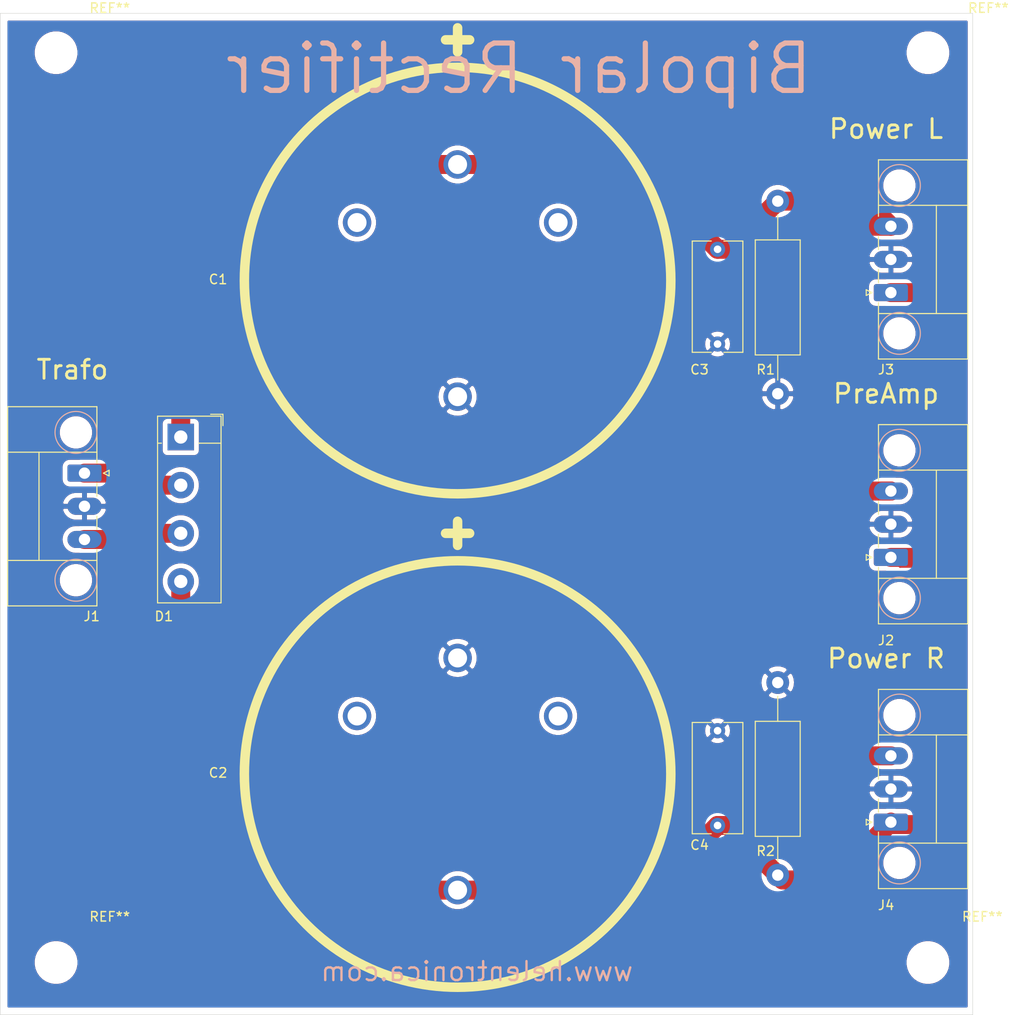
<source format=kicad_pcb>
(kicad_pcb (version 20171130) (host pcbnew "(5.1.5)-3")

  (general
    (thickness 1.6)
    (drawings 11)
    (tracks 51)
    (zones 0)
    (modules 15)
    (nets 6)
  )

  (page A4)
  (title_block
    (title "Bipolar Rectifier")
    (date 2019-08-25)
    (rev RevA0)
    (company www.helentronica.com)
  )

  (layers
    (0 F.Cu signal)
    (31 B.Cu signal hide)
    (32 B.Adhes user hide)
    (33 F.Adhes user hide)
    (34 B.Paste user hide)
    (35 F.Paste user hide)
    (36 B.SilkS user)
    (37 F.SilkS user)
    (38 B.Mask user hide)
    (39 F.Mask user hide)
    (40 Dwgs.User user hide)
    (41 Cmts.User user hide)
    (42 Eco1.User user hide)
    (43 Eco2.User user hide)
    (44 Edge.Cuts user)
    (45 Margin user)
    (46 B.CrtYd user hide)
    (47 F.CrtYd user hide)
    (48 B.Fab user hide)
    (49 F.Fab user hide)
  )

  (setup
    (last_trace_width 0.25)
    (user_trace_width 0.25)
    (user_trace_width 0.5)
    (user_trace_width 1)
    (user_trace_width 2)
    (trace_clearance 0.2)
    (zone_clearance 0.508)
    (zone_45_only no)
    (trace_min 0.2)
    (via_size 0.8)
    (via_drill 0.4)
    (via_min_size 0.4)
    (via_min_drill 0.3)
    (uvia_size 0.3)
    (uvia_drill 0.1)
    (uvias_allowed no)
    (uvia_min_size 0.2)
    (uvia_min_drill 0.1)
    (edge_width 0.05)
    (segment_width 0.2)
    (pcb_text_width 0.3)
    (pcb_text_size 1.5 1.5)
    (mod_edge_width 0.12)
    (mod_text_size 1 1)
    (mod_text_width 0.15)
    (pad_size 3.5 3.5)
    (pad_drill 3.5)
    (pad_to_mask_clearance 0.051)
    (solder_mask_min_width 0.25)
    (aux_axis_origin 0 0)
    (visible_elements 7FFFFFFF)
    (pcbplotparams
      (layerselection 0x010fc_ffffffff)
      (usegerberextensions false)
      (usegerberattributes false)
      (usegerberadvancedattributes false)
      (creategerberjobfile false)
      (excludeedgelayer true)
      (linewidth 0.100000)
      (plotframeref false)
      (viasonmask false)
      (mode 1)
      (useauxorigin false)
      (hpglpennumber 1)
      (hpglpenspeed 20)
      (hpglpendiameter 15.000000)
      (psnegative false)
      (psa4output false)
      (plotreference true)
      (plotvalue true)
      (plotinvisibletext false)
      (padsonsilk false)
      (subtractmaskfromsilk false)
      (outputformat 1)
      (mirror false)
      (drillshape 0)
      (scaleselection 1)
      (outputdirectory "./gerbers"))
  )

  (net 0 "")
  (net 1 +24V)
  (net 2 GND)
  (net 3 -24V)
  (net 4 "Net-(D1-Pad3)")
  (net 5 "Net-(D1-Pad2)")

  (net_class Default "This is the default net class."
    (clearance 0.2)
    (trace_width 0.25)
    (via_dia 0.8)
    (via_drill 0.4)
    (uvia_dia 0.3)
    (uvia_drill 0.1)
    (add_net GND)
    (add_net "Net-(D1-Pad2)")
    (add_net "Net-(D1-Pad3)")
  )

  (net_class Power ""
    (clearance 0.5)
    (trace_width 2)
    (via_dia 0.8)
    (via_drill 0.4)
    (uvia_dia 0.3)
    (uvia_drill 0.1)
    (add_net +24V)
    (add_net -24V)
  )

  (module MountingHole:MountingHole_3.5mm (layer F.Cu) (tedit 5E76A106) (tstamp 5E76F05F)
    (at 113.665 153.67)
    (descr "Mounting Hole 3.5mm, no annular")
    (tags "mounting hole 3.5mm no annular")
    (attr virtual)
    (fp_text reference REF** (at 0 -4.5) (layer F.SilkS)
      (effects (font (size 1 1) (thickness 0.15)))
    )
    (fp_text value MountingHole_3.5mm (at 0 4.5) (layer F.Fab)
      (effects (font (size 1 1) (thickness 0.15)))
    )
    (fp_text user %R (at 0.3 0) (layer F.Fab)
      (effects (font (size 1 1) (thickness 0.15)))
    )
    (fp_circle (center 0 0) (end 3.5 0) (layer Cmts.User) (width 0.15))
    (fp_circle (center 0 0) (end 3.75 0) (layer F.CrtYd) (width 0.05))
    (pad "" np_thru_hole circle (at -5.665 0.33) (size 3.5 3.5) (drill 3.5) (layers *.Cu *.Mask))
  )

  (module MountingHole:MountingHole_3.5mm (layer F.Cu) (tedit 5E76A0EC) (tstamp 5E76F05F)
    (at 205.74 153.67)
    (descr "Mounting Hole 3.5mm, no annular")
    (tags "mounting hole 3.5mm no annular")
    (attr virtual)
    (fp_text reference REF** (at 0 -4.5) (layer F.SilkS)
      (effects (font (size 1 1) (thickness 0.15)))
    )
    (fp_text value MountingHole_3.5mm (at 0 4.5) (layer F.Fab)
      (effects (font (size 1 1) (thickness 0.15)))
    )
    (fp_text user %R (at 0.3 0) (layer F.Fab)
      (effects (font (size 1 1) (thickness 0.15)))
    )
    (fp_circle (center 0 0) (end 3.5 0) (layer Cmts.User) (width 0.15))
    (fp_circle (center 0 0) (end 3.75 0) (layer F.CrtYd) (width 0.05))
    (pad "" np_thru_hole circle (at -5.74 0.33) (size 3.5 3.5) (drill 3.5) (layers *.Cu *.Mask))
  )

  (module MountingHole:MountingHole_3.5mm (layer F.Cu) (tedit 5E76A0BF) (tstamp 5E76F05F)
    (at 206.375 57.785)
    (descr "Mounting Hole 3.5mm, no annular")
    (tags "mounting hole 3.5mm no annular")
    (attr virtual)
    (fp_text reference REF** (at 0 -4.5) (layer F.SilkS)
      (effects (font (size 1 1) (thickness 0.15)))
    )
    (fp_text value MountingHole_3.5mm (at 0 4.5) (layer F.Fab)
      (effects (font (size 1 1) (thickness 0.15)))
    )
    (fp_text user %R (at 0.3 0) (layer F.Fab)
      (effects (font (size 1 1) (thickness 0.15)))
    )
    (fp_circle (center 0 0) (end 3.5 0) (layer Cmts.User) (width 0.15))
    (fp_circle (center 0 0) (end 3.75 0) (layer F.CrtYd) (width 0.05))
    (pad "" np_thru_hole circle (at -6.375 0.215) (size 3.5 3.5) (drill 3.5) (layers *.Cu *.Mask))
  )

  (module MountingHole:MountingHole_3.5mm (layer F.Cu) (tedit 5E76A09F) (tstamp 5E76EFAF)
    (at 113.665 57.785)
    (descr "Mounting Hole 3.5mm, no annular")
    (tags "mounting hole 3.5mm no annular")
    (attr virtual)
    (fp_text reference REF** (at 0 -4.5) (layer F.SilkS)
      (effects (font (size 1 1) (thickness 0.15)))
    )
    (fp_text value MountingHole_3.5mm (at 0 4.5) (layer F.Fab)
      (effects (font (size 1 1) (thickness 0.15)))
    )
    (fp_circle (center 0 0) (end 3.75 0) (layer F.CrtYd) (width 0.05))
    (fp_circle (center 0 0) (end 3.5 0) (layer Cmts.User) (width 0.15))
    (fp_text user %R (at 0.3 0) (layer F.Fab)
      (effects (font (size 1 1) (thickness 0.15)))
    )
    (pad "" np_thru_hole circle (at -5.665 0.215) (size 3.5 3.5) (drill 3.5) (layers *.Cu *.Mask))
  )

  (module AudioAmp:B43511-B9108-M (layer F.Cu) (tedit 5D626A4F) (tstamp 5D6360BD)
    (at 150.368 82.042)
    (path /5D624912)
    (fp_text reference C1 (at -25.273 -0.127) (layer F.SilkS)
      (effects (font (size 1 1) (thickness 0.15)))
    )
    (fp_text value 1000u (at 0 -0.5) (layer F.Fab)
      (effects (font (size 1 1) (thickness 0.15)))
    )
    (fp_circle (center 0 0) (end 22.5 0) (layer F.SilkS) (width 1))
    (fp_line (start -1.27 -25.4) (end 1.27 -25.4) (layer F.SilkS) (width 1))
    (fp_line (start 0 -24.13) (end 0 -26.67) (layer F.SilkS) (width 1))
    (pad 1 thru_hole circle (at 0 -12.25) (size 3 3) (drill 2) (layers *.Cu *.Mask)
      (net 1 +24V))
    (pad 2 thru_hole circle (at 0 12.25) (size 3 3) (drill 2) (layers *.Cu *.Mask)
      (net 2 GND))
    (pad SNAP2 thru_hole circle (at 10.6088 -6.125) (size 3 3) (drill 2) (layers *.Cu *.Mask))
    (pad SNAP1 thru_hole circle (at -10.6088 -6.125) (size 3 3) (drill 2) (layers *.Cu *.Mask))
  )

  (module AudioAmp:B43511-B9108-M (layer F.Cu) (tedit 5D626A4F) (tstamp 5D636459)
    (at 150.368 134.112)
    (path /5D625087)
    (fp_text reference C2 (at -25.273 -0.127) (layer F.SilkS)
      (effects (font (size 1 1) (thickness 0.15)))
    )
    (fp_text value 1000u (at 0 -0.5) (layer F.Fab)
      (effects (font (size 1 1) (thickness 0.15)))
    )
    (fp_line (start 0 -24.13) (end 0 -26.67) (layer F.SilkS) (width 1))
    (fp_line (start -1.27 -25.4) (end 1.27 -25.4) (layer F.SilkS) (width 1))
    (fp_circle (center 0 0) (end 22.5 0) (layer F.SilkS) (width 1))
    (pad SNAP1 thru_hole circle (at -10.6088 -6.125) (size 3 3) (drill 2) (layers *.Cu *.Mask))
    (pad SNAP2 thru_hole circle (at 10.6088 -6.125) (size 3 3) (drill 2) (layers *.Cu *.Mask))
    (pad 2 thru_hole circle (at 0 12.25) (size 3 3) (drill 2) (layers *.Cu *.Mask)
      (net 3 -24V))
    (pad 1 thru_hole circle (at 0 -12.25) (size 3 3) (drill 2) (layers *.Cu *.Mask)
      (net 2 GND))
  )

  (module Capacitor_THT:C_Rect_L11.5mm_W5.1mm_P10.00mm_MKT (layer F.Cu) (tedit 5AE50EF0) (tstamp 5D6360DD)
    (at 177.8 78.74 270)
    (descr "C, Rect series, Radial, pin pitch=10.00mm, , length*width=11.5*5.1mm^2, Capacitor, https://en.tdk.eu/inf/20/20/db/fc_2009/MKT_B32560_564.pdf")
    (tags "C Rect series Radial pin pitch 10.00mm  length 11.5mm width 5.1mm Capacitor")
    (path /5D626D96)
    (fp_text reference C3 (at 12.7 1.905 180) (layer F.SilkS)
      (effects (font (size 1 1) (thickness 0.15)))
    )
    (fp_text value C (at 5 3.8 90) (layer F.Fab)
      (effects (font (size 1 1) (thickness 0.15)))
    )
    (fp_line (start -0.75 -2.55) (end -0.75 2.55) (layer F.Fab) (width 0.1))
    (fp_line (start -0.75 2.55) (end 10.75 2.55) (layer F.Fab) (width 0.1))
    (fp_line (start 10.75 2.55) (end 10.75 -2.55) (layer F.Fab) (width 0.1))
    (fp_line (start 10.75 -2.55) (end -0.75 -2.55) (layer F.Fab) (width 0.1))
    (fp_line (start -0.87 -2.67) (end 10.87 -2.67) (layer F.SilkS) (width 0.12))
    (fp_line (start -0.87 2.67) (end 10.87 2.67) (layer F.SilkS) (width 0.12))
    (fp_line (start -0.87 -2.67) (end -0.87 -0.665) (layer F.SilkS) (width 0.12))
    (fp_line (start -0.87 0.665) (end -0.87 2.67) (layer F.SilkS) (width 0.12))
    (fp_line (start 10.87 -2.67) (end 10.87 -0.665) (layer F.SilkS) (width 0.12))
    (fp_line (start 10.87 0.665) (end 10.87 2.67) (layer F.SilkS) (width 0.12))
    (fp_line (start -1.05 -2.8) (end -1.05 2.8) (layer F.CrtYd) (width 0.05))
    (fp_line (start -1.05 2.8) (end 11.05 2.8) (layer F.CrtYd) (width 0.05))
    (fp_line (start 11.05 2.8) (end 11.05 -2.8) (layer F.CrtYd) (width 0.05))
    (fp_line (start 11.05 -2.8) (end -1.05 -2.8) (layer F.CrtYd) (width 0.05))
    (fp_text user %R (at 5 0 90) (layer F.Fab)
      (effects (font (size 1 1) (thickness 0.15)))
    )
    (pad 1 thru_hole circle (at 0 0 270) (size 1.6 1.6) (drill 0.8) (layers *.Cu *.Mask)
      (net 1 +24V))
    (pad 2 thru_hole circle (at 10 0 270) (size 1.6 1.6) (drill 0.8) (layers *.Cu *.Mask)
      (net 2 GND))
    (model ${KISYS3DMOD}/Capacitor_THT.3dshapes/C_Rect_L11.5mm_W5.1mm_P10.00mm_MKT.wrl
      (at (xyz 0 0 0))
      (scale (xyz 1 1 1))
      (rotate (xyz 0 0 0))
    )
  )

  (module Capacitor_THT:C_Rect_L11.5mm_W5.1mm_P10.00mm_MKT (layer F.Cu) (tedit 5AE50EF0) (tstamp 5D6360F2)
    (at 177.8 129.54 270)
    (descr "C, Rect series, Radial, pin pitch=10.00mm, , length*width=11.5*5.1mm^2, Capacitor, https://en.tdk.eu/inf/20/20/db/fc_2009/MKT_B32560_564.pdf")
    (tags "C Rect series Radial pin pitch 10.00mm  length 11.5mm width 5.1mm Capacitor")
    (path /5D627400)
    (fp_text reference C4 (at 12.065 1.905 180) (layer F.SilkS)
      (effects (font (size 1 1) (thickness 0.15)))
    )
    (fp_text value C (at 5 3.8 90) (layer F.Fab)
      (effects (font (size 1 1) (thickness 0.15)))
    )
    (fp_text user %R (at 5 0 90) (layer F.Fab)
      (effects (font (size 1 1) (thickness 0.15)))
    )
    (fp_line (start 11.05 -2.8) (end -1.05 -2.8) (layer F.CrtYd) (width 0.05))
    (fp_line (start 11.05 2.8) (end 11.05 -2.8) (layer F.CrtYd) (width 0.05))
    (fp_line (start -1.05 2.8) (end 11.05 2.8) (layer F.CrtYd) (width 0.05))
    (fp_line (start -1.05 -2.8) (end -1.05 2.8) (layer F.CrtYd) (width 0.05))
    (fp_line (start 10.87 0.665) (end 10.87 2.67) (layer F.SilkS) (width 0.12))
    (fp_line (start 10.87 -2.67) (end 10.87 -0.665) (layer F.SilkS) (width 0.12))
    (fp_line (start -0.87 0.665) (end -0.87 2.67) (layer F.SilkS) (width 0.12))
    (fp_line (start -0.87 -2.67) (end -0.87 -0.665) (layer F.SilkS) (width 0.12))
    (fp_line (start -0.87 2.67) (end 10.87 2.67) (layer F.SilkS) (width 0.12))
    (fp_line (start -0.87 -2.67) (end 10.87 -2.67) (layer F.SilkS) (width 0.12))
    (fp_line (start 10.75 -2.55) (end -0.75 -2.55) (layer F.Fab) (width 0.1))
    (fp_line (start 10.75 2.55) (end 10.75 -2.55) (layer F.Fab) (width 0.1))
    (fp_line (start -0.75 2.55) (end 10.75 2.55) (layer F.Fab) (width 0.1))
    (fp_line (start -0.75 -2.55) (end -0.75 2.55) (layer F.Fab) (width 0.1))
    (pad 2 thru_hole circle (at 10 0 270) (size 1.6 1.6) (drill 0.8) (layers *.Cu *.Mask)
      (net 3 -24V))
    (pad 1 thru_hole circle (at 0 0 270) (size 1.6 1.6) (drill 0.8) (layers *.Cu *.Mask)
      (net 2 GND))
    (model ${KISYS3DMOD}/Capacitor_THT.3dshapes/C_Rect_L11.5mm_W5.1mm_P10.00mm_MKT.wrl
      (at (xyz 0 0 0))
      (scale (xyz 1 1 1))
      (rotate (xyz 0 0 0))
    )
  )

  (module Diode_THT:Diode_Bridge_Vishay_KBL (layer F.Cu) (tedit 5A50D183) (tstamp 5D63610D)
    (at 121.158 98.552 270)
    (descr "Vishay KBL rectifier package, 5.08mm pitch, see http://www.vishay.com/docs/88655/kbl005.pdf")
    (tags "Vishay KBL rectifier diode bridge")
    (path /5D625891)
    (fp_text reference D1 (at 18.923 1.778 180) (layer F.SilkS)
      (effects (font (size 1 1) (thickness 0.15)))
    )
    (fp_text value PLB405 (at 7.75 3.55 90) (layer F.Fab)
      (effects (font (size 1 1) (thickness 0.15)))
    )
    (fp_line (start 0.65 2.05) (end 0.65 2.45) (layer F.SilkS) (width 0.12))
    (fp_text user %R (at 7.75 -2.75 90) (layer F.Fab)
      (effects (font (size 1 1) (thickness 0.15)))
    )
    (fp_line (start -2.4 -4.45) (end -1.2 -4.45) (layer F.SilkS) (width 0.12))
    (fp_line (start -2.4 -3.15) (end -2.4 -4.45) (layer F.SilkS) (width 0.12))
    (fp_line (start 0.65 -1.9) (end 0.65 -4.25) (layer F.SilkS) (width 0.12))
    (fp_line (start 0.65 -4.15) (end 0.65 2.35) (layer F.Fab) (width 0.12))
    (fp_line (start -2.2 -4.25) (end -2.2 2.45) (layer F.SilkS) (width 0.12))
    (fp_line (start 17.5 -4.25) (end -2.2 -4.25) (layer F.SilkS) (width 0.12))
    (fp_line (start 17.5 2.45) (end 17.5 -4.25) (layer F.SilkS) (width 0.12))
    (fp_line (start -2.2 2.45) (end 17.5 2.45) (layer F.SilkS) (width 0.12))
    (fp_line (start -2.1 -3.15) (end -2.1 2.35) (layer F.Fab) (width 0.1))
    (fp_line (start -1.2 -4.15) (end -2.1 -3.15) (layer F.Fab) (width 0.1))
    (fp_line (start 17.4 -4.15) (end -1.2 -4.15) (layer F.Fab) (width 0.1))
    (fp_line (start 17.4 2.35) (end 17.4 -4.15) (layer F.Fab) (width 0.12))
    (fp_line (start -2.1 2.35) (end 17.4 2.35) (layer F.Fab) (width 0.1))
    (fp_line (start -2.35 -4.4) (end 17.65 -4.4) (layer F.CrtYd) (width 0.05))
    (fp_line (start -2.35 -4.4) (end -2.35 2.6) (layer F.CrtYd) (width 0.05))
    (fp_line (start 17.65 2.6) (end 17.65 -4.4) (layer F.CrtYd) (width 0.05))
    (fp_line (start 17.65 2.6) (end -2.35 2.6) (layer F.CrtYd) (width 0.05))
    (pad 4 thru_hole circle (at 15.24 0 270) (size 2.8 2.8) (drill 1.4) (layers *.Cu *.Mask)
      (net 3 -24V))
    (pad 3 thru_hole circle (at 10.16 0 270) (size 2.8 2.8) (drill 1.4) (layers *.Cu *.Mask)
      (net 4 "Net-(D1-Pad3)"))
    (pad 2 thru_hole circle (at 5.08 0 270) (size 2.8 2.8) (drill 1.4) (layers *.Cu *.Mask)
      (net 5 "Net-(D1-Pad2)"))
    (pad 1 thru_hole rect (at 0 0 270) (size 2.8 2.8) (drill 1.4) (layers *.Cu *.Mask)
      (net 1 +24V))
    (model ${KISYS3DMOD}/Diode_THT.3dshapes/Diode_Bridge_Vishay_KBL.wrl
      (at (xyz 0 0 0))
      (scale (xyz 1 1 1))
      (rotate (xyz 0 0 0))
    )
  )

  (module Connector_Phoenix_MC:PhoenixContact_MC_1,5_3-GF-3.5_1x03_P3.50mm_Horizontal_ThreadedFlange_MountHole (layer F.Cu) (tedit 5B784ED0) (tstamp 5D636134)
    (at 110.998 102.362 270)
    (descr "Generic Phoenix Contact connector footprint for: MC_1,5/3-GF-3.5; number of pins: 03; pin pitch: 3.50mm; Angled; threaded flange; footprint includes mount hole for mounting screw: ISO 1481-ST 2.2x4.5 C or ISO 7049-ST 2.2x4.5 C (http://www.fasteners.eu/standards/ISO/7049/) || order number: 1843800 8A 160V")
    (tags "phoenix_contact connector MC_01x03_GF_3.5mm_MH")
    (path /5D628FDD)
    (fp_text reference J1 (at 15.113 -0.762 180) (layer F.SilkS)
      (effects (font (size 1 1) (thickness 0.15)))
    )
    (fp_text value Trafo (at 3.5 9.2 90) (layer F.Fab)
      (effects (font (size 1 1) (thickness 0.15)))
    )
    (fp_text user %R (at 3.5 -0.5 90) (layer F.Fab)
      (effects (font (size 1 1) (thickness 0.15)))
    )
    (fp_line (start 0 0) (end -0.8 -1.2) (layer F.Fab) (width 0.1))
    (fp_line (start 0.8 -1.2) (end 0 0) (layer F.Fab) (width 0.1))
    (fp_line (start -0.3 -2.6) (end 0.3 -2.6) (layer F.SilkS) (width 0.12))
    (fp_line (start 0 -2) (end -0.3 -2.6) (layer F.SilkS) (width 0.12))
    (fp_line (start 0.3 -2.6) (end 0 -2) (layer F.SilkS) (width 0.12))
    (fp_line (start 14.4 -2.3) (end -7.51 -2.3) (layer F.CrtYd) (width 0.05))
    (fp_line (start 14.4 8.5) (end 14.4 -2.3) (layer F.CrtYd) (width 0.05))
    (fp_line (start -7.51 8.5) (end 14.4 8.5) (layer F.CrtYd) (width 0.05))
    (fp_line (start -7.51 -2.3) (end -7.51 8.5) (layer F.CrtYd) (width 0.05))
    (fp_line (start 9.21 -1.31) (end 9.21 8.11) (layer F.SilkS) (width 0.12))
    (fp_line (start -2.21 -1.31) (end -2.21 8.11) (layer F.SilkS) (width 0.12))
    (fp_line (start -2.21 4.8) (end 9.21 4.8) (layer F.SilkS) (width 0.12))
    (fp_line (start 13.9 -1.2) (end -6.9 -1.2) (layer F.Fab) (width 0.1))
    (fp_line (start 13.9 8) (end 13.9 -1.2) (layer F.Fab) (width 0.1))
    (fp_line (start -6.9 8) (end 13.9 8) (layer F.Fab) (width 0.1))
    (fp_line (start -6.9 -1.2) (end -6.9 8) (layer F.Fab) (width 0.1))
    (fp_line (start 4.55 -1.31) (end 5.95 -1.31) (layer F.SilkS) (width 0.12))
    (fp_line (start 1.05 -1.31) (end 2.45 -1.31) (layer F.SilkS) (width 0.12))
    (fp_line (start 14.01 -1.31) (end 8.05 -1.31) (layer F.SilkS) (width 0.12))
    (fp_line (start -7.01 -1.31) (end -1.05 -1.31) (layer F.SilkS) (width 0.12))
    (fp_line (start 14.01 8.11) (end 14.01 -1.31) (layer F.SilkS) (width 0.12))
    (fp_line (start -7.01 8.11) (end 14.01 8.11) (layer F.SilkS) (width 0.12))
    (fp_line (start -7.01 -1.31) (end -7.01 8.11) (layer F.SilkS) (width 0.12))
    (fp_circle (center -4.3 0.9) (end -1.7 0.9) (layer B.CrtYd) (width 0.05))
    (fp_circle (center 11.3 0.9) (end 13.9 0.9) (layer B.CrtYd) (width 0.05))
    (fp_circle (center -4.3 0.9) (end -2.2 0.9) (layer B.Fab) (width 0.1))
    (fp_circle (center 11.3 0.9) (end 13.4 0.9) (layer B.Fab) (width 0.1))
    (fp_circle (center 11.3 0.9) (end 13.51 0.9) (layer B.SilkS) (width 0.12))
    (fp_circle (center -4.3 0.9) (end -2.09 0.9) (layer B.SilkS) (width 0.12))
    (pad "" np_thru_hole circle (at 11.3 0.9 270) (size 2.4 2.4) (drill 2.4) (layers *.Cu *.Mask))
    (pad "" np_thru_hole circle (at -4.3 0.9 270) (size 2.4 2.4) (drill 2.4) (layers *.Cu *.Mask))
    (pad 3 thru_hole oval (at 7 0 270) (size 1.8 3.6) (drill 1.2) (layers *.Cu *.Mask)
      (net 4 "Net-(D1-Pad3)"))
    (pad 2 thru_hole oval (at 3.5 0 270) (size 1.8 3.6) (drill 1.2) (layers *.Cu *.Mask)
      (net 2 GND))
    (pad 1 thru_hole roundrect (at 0 0 270) (size 1.8 3.6) (drill 1.2) (layers *.Cu *.Mask) (roundrect_rratio 0.138889)
      (net 5 "Net-(D1-Pad2)"))
    (model ${KISYS3DMOD}/Connector_Phoenix_MC.3dshapes/PhoenixContact_MC_1,5_3-GF-3.5_1x03_P3.50mm_Horizontal_ThreadedFlange_MountHole.wrl
      (at (xyz 0 0 0))
      (scale (xyz 1 1 1))
      (rotate (xyz 0 0 0))
    )
  )

  (module Connector_Phoenix_MC:PhoenixContact_MC_1,5_3-GF-3.5_1x03_P3.50mm_Horizontal_ThreadedFlange_MountHole (layer F.Cu) (tedit 5B784ED0) (tstamp 5D63615B)
    (at 196.088 111.252 90)
    (descr "Generic Phoenix Contact connector footprint for: MC_1,5/3-GF-3.5; number of pins: 03; pin pitch: 3.50mm; Angled; threaded flange; footprint includes mount hole for mounting screw: ISO 1481-ST 2.2x4.5 C or ISO 7049-ST 2.2x4.5 C (http://www.fasteners.eu/standards/ISO/7049/) || order number: 1843800 8A 160V")
    (tags "phoenix_contact connector MC_01x03_GF_3.5mm_MH")
    (path /5D62ADD1)
    (fp_text reference J2 (at -8.763 -0.508 180) (layer F.SilkS)
      (effects (font (size 1 1) (thickness 0.15)))
    )
    (fp_text value "Power L" (at 3.5 9.2 90) (layer F.Fab)
      (effects (font (size 1 1) (thickness 0.15)))
    )
    (fp_circle (center -4.3 0.9) (end -2.09 0.9) (layer B.SilkS) (width 0.12))
    (fp_circle (center 11.3 0.9) (end 13.51 0.9) (layer B.SilkS) (width 0.12))
    (fp_circle (center 11.3 0.9) (end 13.4 0.9) (layer B.Fab) (width 0.1))
    (fp_circle (center -4.3 0.9) (end -2.2 0.9) (layer B.Fab) (width 0.1))
    (fp_circle (center 11.3 0.9) (end 13.9 0.9) (layer B.CrtYd) (width 0.05))
    (fp_circle (center -4.3 0.9) (end -1.7 0.9) (layer B.CrtYd) (width 0.05))
    (fp_line (start -7.01 -1.31) (end -7.01 8.11) (layer F.SilkS) (width 0.12))
    (fp_line (start -7.01 8.11) (end 14.01 8.11) (layer F.SilkS) (width 0.12))
    (fp_line (start 14.01 8.11) (end 14.01 -1.31) (layer F.SilkS) (width 0.12))
    (fp_line (start -7.01 -1.31) (end -1.05 -1.31) (layer F.SilkS) (width 0.12))
    (fp_line (start 14.01 -1.31) (end 8.05 -1.31) (layer F.SilkS) (width 0.12))
    (fp_line (start 1.05 -1.31) (end 2.45 -1.31) (layer F.SilkS) (width 0.12))
    (fp_line (start 4.55 -1.31) (end 5.95 -1.31) (layer F.SilkS) (width 0.12))
    (fp_line (start -6.9 -1.2) (end -6.9 8) (layer F.Fab) (width 0.1))
    (fp_line (start -6.9 8) (end 13.9 8) (layer F.Fab) (width 0.1))
    (fp_line (start 13.9 8) (end 13.9 -1.2) (layer F.Fab) (width 0.1))
    (fp_line (start 13.9 -1.2) (end -6.9 -1.2) (layer F.Fab) (width 0.1))
    (fp_line (start -2.21 4.8) (end 9.21 4.8) (layer F.SilkS) (width 0.12))
    (fp_line (start -2.21 -1.31) (end -2.21 8.11) (layer F.SilkS) (width 0.12))
    (fp_line (start 9.21 -1.31) (end 9.21 8.11) (layer F.SilkS) (width 0.12))
    (fp_line (start -7.51 -2.3) (end -7.51 8.5) (layer F.CrtYd) (width 0.05))
    (fp_line (start -7.51 8.5) (end 14.4 8.5) (layer F.CrtYd) (width 0.05))
    (fp_line (start 14.4 8.5) (end 14.4 -2.3) (layer F.CrtYd) (width 0.05))
    (fp_line (start 14.4 -2.3) (end -7.51 -2.3) (layer F.CrtYd) (width 0.05))
    (fp_line (start 0.3 -2.6) (end 0 -2) (layer F.SilkS) (width 0.12))
    (fp_line (start 0 -2) (end -0.3 -2.6) (layer F.SilkS) (width 0.12))
    (fp_line (start -0.3 -2.6) (end 0.3 -2.6) (layer F.SilkS) (width 0.12))
    (fp_line (start 0.8 -1.2) (end 0 0) (layer F.Fab) (width 0.1))
    (fp_line (start 0 0) (end -0.8 -1.2) (layer F.Fab) (width 0.1))
    (fp_text user %R (at 3.5 -0.5 90) (layer F.Fab)
      (effects (font (size 1 1) (thickness 0.15)))
    )
    (pad 1 thru_hole roundrect (at 0 0 90) (size 1.8 3.6) (drill 1.2) (layers *.Cu *.Mask) (roundrect_rratio 0.138889)
      (net 3 -24V))
    (pad 2 thru_hole oval (at 3.5 0 90) (size 1.8 3.6) (drill 1.2) (layers *.Cu *.Mask)
      (net 2 GND))
    (pad 3 thru_hole oval (at 7 0 90) (size 1.8 3.6) (drill 1.2) (layers *.Cu *.Mask)
      (net 1 +24V))
    (pad "" np_thru_hole circle (at -4.3 0.9 90) (size 2.4 2.4) (drill 2.4) (layers *.Cu *.Mask))
    (pad "" np_thru_hole circle (at 11.3 0.9 90) (size 2.4 2.4) (drill 2.4) (layers *.Cu *.Mask))
    (model ${KISYS3DMOD}/Connector_Phoenix_MC.3dshapes/PhoenixContact_MC_1,5_3-GF-3.5_1x03_P3.50mm_Horizontal_ThreadedFlange_MountHole.wrl
      (at (xyz 0 0 0))
      (scale (xyz 1 1 1))
      (rotate (xyz 0 0 0))
    )
  )

  (module Connector_Phoenix_MC:PhoenixContact_MC_1,5_3-GF-3.5_1x03_P3.50mm_Horizontal_ThreadedFlange_MountHole (layer F.Cu) (tedit 5B784ED0) (tstamp 5D636182)
    (at 196.088 83.312 90)
    (descr "Generic Phoenix Contact connector footprint for: MC_1,5/3-GF-3.5; number of pins: 03; pin pitch: 3.50mm; Angled; threaded flange; footprint includes mount hole for mounting screw: ISO 1481-ST 2.2x4.5 C or ISO 7049-ST 2.2x4.5 C (http://www.fasteners.eu/standards/ISO/7049/) || order number: 1843800 8A 160V")
    (tags "phoenix_contact connector MC_01x03_GF_3.5mm_MH")
    (path /5D64A813)
    (fp_text reference J3 (at -8.128 -0.508 180) (layer F.SilkS)
      (effects (font (size 1 1) (thickness 0.15)))
    )
    (fp_text value "Power R" (at 3.5 9.2 90) (layer F.Fab)
      (effects (font (size 1 1) (thickness 0.15)))
    )
    (fp_circle (center -4.3 0.9) (end -2.09 0.9) (layer B.SilkS) (width 0.12))
    (fp_circle (center 11.3 0.9) (end 13.51 0.9) (layer B.SilkS) (width 0.12))
    (fp_circle (center 11.3 0.9) (end 13.4 0.9) (layer B.Fab) (width 0.1))
    (fp_circle (center -4.3 0.9) (end -2.2 0.9) (layer B.Fab) (width 0.1))
    (fp_circle (center 11.3 0.9) (end 13.9 0.9) (layer B.CrtYd) (width 0.05))
    (fp_circle (center -4.3 0.9) (end -1.7 0.9) (layer B.CrtYd) (width 0.05))
    (fp_line (start -7.01 -1.31) (end -7.01 8.11) (layer F.SilkS) (width 0.12))
    (fp_line (start -7.01 8.11) (end 14.01 8.11) (layer F.SilkS) (width 0.12))
    (fp_line (start 14.01 8.11) (end 14.01 -1.31) (layer F.SilkS) (width 0.12))
    (fp_line (start -7.01 -1.31) (end -1.05 -1.31) (layer F.SilkS) (width 0.12))
    (fp_line (start 14.01 -1.31) (end 8.05 -1.31) (layer F.SilkS) (width 0.12))
    (fp_line (start 1.05 -1.31) (end 2.45 -1.31) (layer F.SilkS) (width 0.12))
    (fp_line (start 4.55 -1.31) (end 5.95 -1.31) (layer F.SilkS) (width 0.12))
    (fp_line (start -6.9 -1.2) (end -6.9 8) (layer F.Fab) (width 0.1))
    (fp_line (start -6.9 8) (end 13.9 8) (layer F.Fab) (width 0.1))
    (fp_line (start 13.9 8) (end 13.9 -1.2) (layer F.Fab) (width 0.1))
    (fp_line (start 13.9 -1.2) (end -6.9 -1.2) (layer F.Fab) (width 0.1))
    (fp_line (start -2.21 4.8) (end 9.21 4.8) (layer F.SilkS) (width 0.12))
    (fp_line (start -2.21 -1.31) (end -2.21 8.11) (layer F.SilkS) (width 0.12))
    (fp_line (start 9.21 -1.31) (end 9.21 8.11) (layer F.SilkS) (width 0.12))
    (fp_line (start -7.51 -2.3) (end -7.51 8.5) (layer F.CrtYd) (width 0.05))
    (fp_line (start -7.51 8.5) (end 14.4 8.5) (layer F.CrtYd) (width 0.05))
    (fp_line (start 14.4 8.5) (end 14.4 -2.3) (layer F.CrtYd) (width 0.05))
    (fp_line (start 14.4 -2.3) (end -7.51 -2.3) (layer F.CrtYd) (width 0.05))
    (fp_line (start 0.3 -2.6) (end 0 -2) (layer F.SilkS) (width 0.12))
    (fp_line (start 0 -2) (end -0.3 -2.6) (layer F.SilkS) (width 0.12))
    (fp_line (start -0.3 -2.6) (end 0.3 -2.6) (layer F.SilkS) (width 0.12))
    (fp_line (start 0.8 -1.2) (end 0 0) (layer F.Fab) (width 0.1))
    (fp_line (start 0 0) (end -0.8 -1.2) (layer F.Fab) (width 0.1))
    (fp_text user %R (at 3.5 -0.5 90) (layer F.Fab)
      (effects (font (size 1 1) (thickness 0.15)))
    )
    (pad 1 thru_hole roundrect (at 0 0 90) (size 1.8 3.6) (drill 1.2) (layers *.Cu *.Mask) (roundrect_rratio 0.138889)
      (net 3 -24V))
    (pad 2 thru_hole oval (at 3.5 0 90) (size 1.8 3.6) (drill 1.2) (layers *.Cu *.Mask)
      (net 2 GND))
    (pad 3 thru_hole oval (at 7 0 90) (size 1.8 3.6) (drill 1.2) (layers *.Cu *.Mask)
      (net 1 +24V))
    (pad "" np_thru_hole circle (at -4.3 0.9 90) (size 2.4 2.4) (drill 2.4) (layers *.Cu *.Mask))
    (pad "" np_thru_hole circle (at 11.3 0.9 90) (size 2.4 2.4) (drill 2.4) (layers *.Cu *.Mask))
    (model ${KISYS3DMOD}/Connector_Phoenix_MC.3dshapes/PhoenixContact_MC_1,5_3-GF-3.5_1x03_P3.50mm_Horizontal_ThreadedFlange_MountHole.wrl
      (at (xyz 0 0 0))
      (scale (xyz 1 1 1))
      (rotate (xyz 0 0 0))
    )
  )

  (module Connector_Phoenix_MC:PhoenixContact_MC_1,5_3-GF-3.5_1x03_P3.50mm_Horizontal_ThreadedFlange_MountHole (layer F.Cu) (tedit 5B784ED0) (tstamp 5D6361A9)
    (at 196.088 139.192 90)
    (descr "Generic Phoenix Contact connector footprint for: MC_1,5/3-GF-3.5; number of pins: 03; pin pitch: 3.50mm; Angled; threaded flange; footprint includes mount hole for mounting screw: ISO 1481-ST 2.2x4.5 C or ISO 7049-ST 2.2x4.5 C (http://www.fasteners.eu/standards/ISO/7049/) || order number: 1843800 8A 160V")
    (tags "phoenix_contact connector MC_01x03_GF_3.5mm_MH")
    (path /5D64B97A)
    (fp_text reference J4 (at -8.763 -0.508 180) (layer F.SilkS)
      (effects (font (size 1 1) (thickness 0.15)))
    )
    (fp_text value "Power Preamp" (at 3.5 9.2 90) (layer F.Fab)
      (effects (font (size 1 1) (thickness 0.15)))
    )
    (fp_text user %R (at 3.5 -0.5 90) (layer F.Fab)
      (effects (font (size 1 1) (thickness 0.15)))
    )
    (fp_line (start 0 0) (end -0.8 -1.2) (layer F.Fab) (width 0.1))
    (fp_line (start 0.8 -1.2) (end 0 0) (layer F.Fab) (width 0.1))
    (fp_line (start -0.3 -2.6) (end 0.3 -2.6) (layer F.SilkS) (width 0.12))
    (fp_line (start 0 -2) (end -0.3 -2.6) (layer F.SilkS) (width 0.12))
    (fp_line (start 0.3 -2.6) (end 0 -2) (layer F.SilkS) (width 0.12))
    (fp_line (start 14.4 -2.3) (end -7.51 -2.3) (layer F.CrtYd) (width 0.05))
    (fp_line (start 14.4 8.5) (end 14.4 -2.3) (layer F.CrtYd) (width 0.05))
    (fp_line (start -7.51 8.5) (end 14.4 8.5) (layer F.CrtYd) (width 0.05))
    (fp_line (start -7.51 -2.3) (end -7.51 8.5) (layer F.CrtYd) (width 0.05))
    (fp_line (start 9.21 -1.31) (end 9.21 8.11) (layer F.SilkS) (width 0.12))
    (fp_line (start -2.21 -1.31) (end -2.21 8.11) (layer F.SilkS) (width 0.12))
    (fp_line (start -2.21 4.8) (end 9.21 4.8) (layer F.SilkS) (width 0.12))
    (fp_line (start 13.9 -1.2) (end -6.9 -1.2) (layer F.Fab) (width 0.1))
    (fp_line (start 13.9 8) (end 13.9 -1.2) (layer F.Fab) (width 0.1))
    (fp_line (start -6.9 8) (end 13.9 8) (layer F.Fab) (width 0.1))
    (fp_line (start -6.9 -1.2) (end -6.9 8) (layer F.Fab) (width 0.1))
    (fp_line (start 4.55 -1.31) (end 5.95 -1.31) (layer F.SilkS) (width 0.12))
    (fp_line (start 1.05 -1.31) (end 2.45 -1.31) (layer F.SilkS) (width 0.12))
    (fp_line (start 14.01 -1.31) (end 8.05 -1.31) (layer F.SilkS) (width 0.12))
    (fp_line (start -7.01 -1.31) (end -1.05 -1.31) (layer F.SilkS) (width 0.12))
    (fp_line (start 14.01 8.11) (end 14.01 -1.31) (layer F.SilkS) (width 0.12))
    (fp_line (start -7.01 8.11) (end 14.01 8.11) (layer F.SilkS) (width 0.12))
    (fp_line (start -7.01 -1.31) (end -7.01 8.11) (layer F.SilkS) (width 0.12))
    (fp_circle (center -4.3 0.9) (end -1.7 0.9) (layer B.CrtYd) (width 0.05))
    (fp_circle (center 11.3 0.9) (end 13.9 0.9) (layer B.CrtYd) (width 0.05))
    (fp_circle (center -4.3 0.9) (end -2.2 0.9) (layer B.Fab) (width 0.1))
    (fp_circle (center 11.3 0.9) (end 13.4 0.9) (layer B.Fab) (width 0.1))
    (fp_circle (center 11.3 0.9) (end 13.51 0.9) (layer B.SilkS) (width 0.12))
    (fp_circle (center -4.3 0.9) (end -2.09 0.9) (layer B.SilkS) (width 0.12))
    (pad "" np_thru_hole circle (at 11.3 0.9 90) (size 2.4 2.4) (drill 2.4) (layers *.Cu *.Mask))
    (pad "" np_thru_hole circle (at -4.3 0.9 90) (size 2.4 2.4) (drill 2.4) (layers *.Cu *.Mask))
    (pad 3 thru_hole oval (at 7 0 90) (size 1.8 3.6) (drill 1.2) (layers *.Cu *.Mask)
      (net 1 +24V))
    (pad 2 thru_hole oval (at 3.5 0 90) (size 1.8 3.6) (drill 1.2) (layers *.Cu *.Mask)
      (net 2 GND))
    (pad 1 thru_hole roundrect (at 0 0 90) (size 1.8 3.6) (drill 1.2) (layers *.Cu *.Mask) (roundrect_rratio 0.138889)
      (net 3 -24V))
    (model ${KISYS3DMOD}/Connector_Phoenix_MC.3dshapes/PhoenixContact_MC_1,5_3-GF-3.5_1x03_P3.50mm_Horizontal_ThreadedFlange_MountHole.wrl
      (at (xyz 0 0 0))
      (scale (xyz 1 1 1))
      (rotate (xyz 0 0 0))
    )
  )

  (module Resistor_THT:R_Axial_DIN0414_L11.9mm_D4.5mm_P20.32mm_Horizontal (layer F.Cu) (tedit 5AE5139B) (tstamp 5D63674B)
    (at 184.15 73.66 270)
    (descr "Resistor, Axial_DIN0414 series, Axial, Horizontal, pin pitch=20.32mm, 2W, length*diameter=11.9*4.5mm^2, http://www.vishay.com/docs/20128/wkxwrx.pdf")
    (tags "Resistor Axial_DIN0414 series Axial Horizontal pin pitch 20.32mm 2W length 11.9mm diameter 4.5mm")
    (path /5D627AFA)
    (fp_text reference R1 (at 17.78 1.27 180) (layer F.SilkS)
      (effects (font (size 1 1) (thickness 0.15)))
    )
    (fp_text value 100K (at 10.16 3.37 90) (layer F.Fab)
      (effects (font (size 1 1) (thickness 0.15)))
    )
    (fp_line (start 4.21 -2.25) (end 4.21 2.25) (layer F.Fab) (width 0.1))
    (fp_line (start 4.21 2.25) (end 16.11 2.25) (layer F.Fab) (width 0.1))
    (fp_line (start 16.11 2.25) (end 16.11 -2.25) (layer F.Fab) (width 0.1))
    (fp_line (start 16.11 -2.25) (end 4.21 -2.25) (layer F.Fab) (width 0.1))
    (fp_line (start 0 0) (end 4.21 0) (layer F.Fab) (width 0.1))
    (fp_line (start 20.32 0) (end 16.11 0) (layer F.Fab) (width 0.1))
    (fp_line (start 4.09 -2.37) (end 4.09 2.37) (layer F.SilkS) (width 0.12))
    (fp_line (start 4.09 2.37) (end 16.23 2.37) (layer F.SilkS) (width 0.12))
    (fp_line (start 16.23 2.37) (end 16.23 -2.37) (layer F.SilkS) (width 0.12))
    (fp_line (start 16.23 -2.37) (end 4.09 -2.37) (layer F.SilkS) (width 0.12))
    (fp_line (start 1.44 0) (end 4.09 0) (layer F.SilkS) (width 0.12))
    (fp_line (start 18.88 0) (end 16.23 0) (layer F.SilkS) (width 0.12))
    (fp_line (start -1.45 -2.5) (end -1.45 2.5) (layer F.CrtYd) (width 0.05))
    (fp_line (start -1.45 2.5) (end 21.77 2.5) (layer F.CrtYd) (width 0.05))
    (fp_line (start 21.77 2.5) (end 21.77 -2.5) (layer F.CrtYd) (width 0.05))
    (fp_line (start 21.77 -2.5) (end -1.45 -2.5) (layer F.CrtYd) (width 0.05))
    (fp_text user %R (at 10.16 0 90) (layer F.Fab)
      (effects (font (size 1 1) (thickness 0.15)))
    )
    (pad 1 thru_hole circle (at 0 0 270) (size 2.4 2.4) (drill 1.2) (layers *.Cu *.Mask)
      (net 1 +24V))
    (pad 2 thru_hole oval (at 20.32 0 270) (size 2.4 2.4) (drill 1.2) (layers *.Cu *.Mask)
      (net 2 GND))
    (model ${KISYS3DMOD}/Resistor_THT.3dshapes/R_Axial_DIN0414_L11.9mm_D4.5mm_P20.32mm_Horizontal.wrl
      (at (xyz 0 0 0))
      (scale (xyz 1 1 1))
      (rotate (xyz 0 0 0))
    )
  )

  (module Resistor_THT:R_Axial_DIN0414_L11.9mm_D4.5mm_P20.32mm_Horizontal (layer F.Cu) (tedit 5AE5139B) (tstamp 5D6361D7)
    (at 184.15 124.46 270)
    (descr "Resistor, Axial_DIN0414 series, Axial, Horizontal, pin pitch=20.32mm, 2W, length*diameter=11.9*4.5mm^2, http://www.vishay.com/docs/20128/wkxwrx.pdf")
    (tags "Resistor Axial_DIN0414 series Axial Horizontal pin pitch 20.32mm 2W length 11.9mm diameter 4.5mm")
    (path /5D62818A)
    (fp_text reference R2 (at 17.78 1.27 180) (layer F.SilkS)
      (effects (font (size 1 1) (thickness 0.15)))
    )
    (fp_text value 100K (at 10.16 3.37 90) (layer F.Fab)
      (effects (font (size 1 1) (thickness 0.15)))
    )
    (fp_text user %R (at 10.16 0 90) (layer F.Fab)
      (effects (font (size 1 1) (thickness 0.15)))
    )
    (fp_line (start 21.77 -2.5) (end -1.45 -2.5) (layer F.CrtYd) (width 0.05))
    (fp_line (start 21.77 2.5) (end 21.77 -2.5) (layer F.CrtYd) (width 0.05))
    (fp_line (start -1.45 2.5) (end 21.77 2.5) (layer F.CrtYd) (width 0.05))
    (fp_line (start -1.45 -2.5) (end -1.45 2.5) (layer F.CrtYd) (width 0.05))
    (fp_line (start 18.88 0) (end 16.23 0) (layer F.SilkS) (width 0.12))
    (fp_line (start 1.44 0) (end 4.09 0) (layer F.SilkS) (width 0.12))
    (fp_line (start 16.23 -2.37) (end 4.09 -2.37) (layer F.SilkS) (width 0.12))
    (fp_line (start 16.23 2.37) (end 16.23 -2.37) (layer F.SilkS) (width 0.12))
    (fp_line (start 4.09 2.37) (end 16.23 2.37) (layer F.SilkS) (width 0.12))
    (fp_line (start 4.09 -2.37) (end 4.09 2.37) (layer F.SilkS) (width 0.12))
    (fp_line (start 20.32 0) (end 16.11 0) (layer F.Fab) (width 0.1))
    (fp_line (start 0 0) (end 4.21 0) (layer F.Fab) (width 0.1))
    (fp_line (start 16.11 -2.25) (end 4.21 -2.25) (layer F.Fab) (width 0.1))
    (fp_line (start 16.11 2.25) (end 16.11 -2.25) (layer F.Fab) (width 0.1))
    (fp_line (start 4.21 2.25) (end 16.11 2.25) (layer F.Fab) (width 0.1))
    (fp_line (start 4.21 -2.25) (end 4.21 2.25) (layer F.Fab) (width 0.1))
    (pad 2 thru_hole oval (at 20.32 0 270) (size 2.4 2.4) (drill 1.2) (layers *.Cu *.Mask)
      (net 3 -24V))
    (pad 1 thru_hole circle (at 0 0 270) (size 2.4 2.4) (drill 1.2) (layers *.Cu *.Mask)
      (net 2 GND))
    (model ${KISYS3DMOD}/Resistor_THT.3dshapes/R_Axial_DIN0414_L11.9mm_D4.5mm_P20.32mm_Horizontal.wrl
      (at (xyz 0 0 0))
      (scale (xyz 1 1 1))
      (rotate (xyz 0 0 0))
    )
  )

  (gr_text "PreAmp\n" (at 195.58 93.98) (layer F.SilkS) (tstamp 5D629C84)
    (effects (font (size 2 2) (thickness 0.3)))
  )
  (gr_text "Power R" (at 195.58 121.92) (layer F.SilkS) (tstamp 5D629C84)
    (effects (font (size 2 2) (thickness 0.3)))
  )
  (gr_text "Power L" (at 195.58 66.04) (layer F.SilkS) (tstamp 5D629C80)
    (effects (font (size 2 2) (thickness 0.3)))
  )
  (gr_text "Trafo " (at 110.49 91.44) (layer F.SilkS)
    (effects (font (size 2 2) (thickness 0.3)))
  )
  (gr_text "Bipolar Rectifier " (at 154.94 59.69) (layer B.SilkS)
    (effects (font (size 5 5) (thickness 0.55)) (justify mirror))
  )
  (gr_text "www.helentronica.com\n" (at 152.4 154.94) (layer B.SilkS)
    (effects (font (size 2 2) (thickness 0.25)) (justify mirror))
  )
  (dimension 105.664 (width 0.15) (layer Dwgs.User)
    (gr_text "105.664 mm" (at 95.728 106.68 90) (layer Dwgs.User)
      (effects (font (size 1 1) (thickness 0.15)))
    )
    (feature1 (pts (xy 102.108 53.848) (xy 96.441579 53.848)))
    (feature2 (pts (xy 102.108 159.512) (xy 96.441579 159.512)))
    (crossbar (pts (xy 97.028 159.512) (xy 97.028 53.848)))
    (arrow1a (pts (xy 97.028 53.848) (xy 97.614421 54.974504)))
    (arrow1b (pts (xy 97.028 53.848) (xy 96.441579 54.974504)))
    (arrow2a (pts (xy 97.028 159.512) (xy 97.614421 158.385496)))
    (arrow2b (pts (xy 97.028 159.512) (xy 96.441579 158.385496)))
  )
  (gr_line (start 102.108 159.512) (end 102.108 53.848) (layer Edge.Cuts) (width 0.05))
  (gr_line (start 204.724 159.512) (end 102.108 159.512) (layer Edge.Cuts) (width 0.05))
  (gr_line (start 204.724 53.848) (end 204.724 159.512) (layer Edge.Cuts) (width 0.05))
  (gr_line (start 102.108 53.848) (end 204.724 53.848) (layer Edge.Cuts) (width 0.05))

  (segment (start 121.158 98.552) (end 121.158 79.502) (width 2) (layer F.Cu) (net 1) (status 400000))
  (segment (start 130.868 69.792) (end 150.368 69.792) (width 2) (layer F.Cu) (net 1) (tstamp 5D6374E6) (status 800000))
  (segment (start 121.158 79.502) (end 130.868 69.792) (width 2) (layer F.Cu) (net 1) (tstamp 5D6374E4))
  (segment (start 150.368 69.792) (end 168.852 69.792) (width 2) (layer F.Cu) (net 1) (status 400000))
  (segment (start 175.26 76.2) (end 177.8 78.74) (width 2) (layer F.Cu) (net 1) (tstamp 5D638088) (status 800000))
  (segment (start 168.852 69.792) (end 175.26 76.2) (width 2) (layer F.Cu) (net 1) (tstamp 5D638086))
  (segment (start 177.8 78.74) (end 179.07 78.74) (width 2) (layer F.Cu) (net 1) (status 400000))
  (segment (start 179.07 78.74) (end 184.15 73.66) (width 2) (layer F.Cu) (net 1) (tstamp 5D63808B) (status 800000))
  (segment (start 184.15 73.66) (end 193.436 73.66) (width 2) (layer F.Cu) (net 1) (status 400000))
  (segment (start 193.436 73.66) (end 196.088 76.312) (width 2) (layer F.Cu) (net 1) (tstamp 5D63808E) (status 800000))
  (segment (start 195.188 104.252) (end 196.088 104.252) (width 2) (layer F.Cu) (net 1))
  (segment (start 192.176 104.14) (end 188.976 104.14) (width 2) (layer F.Cu) (net 1))
  (segment (start 192.288 104.252) (end 192.176 104.14) (width 2) (layer F.Cu) (net 1))
  (segment (start 196.088 104.252) (end 192.288 104.252) (width 2) (layer F.Cu) (net 1))
  (segment (start 191.628 132.192) (end 196.088 132.192) (width 2) (layer F.Cu) (net 1))
  (segment (start 188.976 104.14) (end 188.976 129.54) (width 2) (layer F.Cu) (net 1))
  (segment (start 188.976 129.54) (end 191.628 132.192) (width 2) (layer F.Cu) (net 1))
  (segment (start 188.976 78.994) (end 188.976 104.14) (width 2) (layer F.Cu) (net 1))
  (segment (start 196.088 76.312) (end 191.658 76.312) (width 2) (layer F.Cu) (net 1))
  (segment (start 191.658 76.312) (end 188.976 78.994) (width 2) (layer F.Cu) (net 1))
  (segment (start 121.158 113.792) (end 121.158 133.858) (width 2) (layer F.Cu) (net 3) (status 400000))
  (segment (start 133.662 146.362) (end 150.368 146.362) (width 2) (layer F.Cu) (net 3) (tstamp 5D6374F6) (status 800000))
  (segment (start 121.158 133.858) (end 133.662 146.362) (width 2) (layer F.Cu) (net 3) (tstamp 5D6374F4))
  (segment (start 186.436 145.288) (end 186.69 145.288) (width 2) (layer F.Cu) (net 3) (status 400010))
  (segment (start 186.69 145.288) (end 189.992 145.288) (width 2) (layer F.Cu) (net 3) (tstamp 5D63809B) (status 10))
  (segment (start 189.992 145.288) (end 196.088 139.192) (width 2) (layer F.Cu) (net 3) (tstamp 5D637501) (status 800000))
  (segment (start 150.368 146.362) (end 170.978 146.362) (width 2) (layer F.Cu) (net 3) (status 400000))
  (segment (start 170.978 146.362) (end 177.8 139.54) (width 2) (layer F.Cu) (net 3) (tstamp 5D638095) (status 800000))
  (segment (start 177.8 139.54) (end 178.91 139.54) (width 2) (layer F.Cu) (net 3) (status 400000))
  (segment (start 178.91 139.54) (end 184.15 144.78) (width 2) (layer F.Cu) (net 3) (tstamp 5D638098) (status 800000))
  (segment (start 186.69 145.288) (end 184.658 145.288) (width 2) (layer F.Cu) (net 3) (status 800000))
  (segment (start 184.658 145.288) (end 184.15 144.78) (width 2) (layer F.Cu) (net 3) (tstamp 5D63809D) (status C00000))
  (segment (start 198.813001 112.336999) (end 198.628 112.151998) (width 0.25) (layer F.Cu) (net 3))
  (segment (start 197.05871 112.22271) (end 196.088 111.252) (width 0.25) (layer F.Cu) (net 3))
  (segment (start 198.557288 112.22271) (end 197.05871 112.22271) (width 0.25) (layer F.Cu) (net 3))
  (segment (start 198.628 112.151998) (end 198.557288 112.22271) (width 0.25) (layer F.Cu) (net 3))
  (segment (start 196.088 83.312) (end 200.152 83.312) (width 2) (layer F.Cu) (net 3))
  (segment (start 200.152 83.312) (end 201.676 84.836) (width 2) (layer F.Cu) (net 3))
  (segment (start 199.898 111.252) (end 196.088 111.252) (width 2) (layer F.Cu) (net 3))
  (segment (start 201.676 109.474) (end 199.898 111.252) (width 2) (layer F.Cu) (net 3))
  (segment (start 201.676 84.836) (end 201.676 107.696) (width 2) (layer F.Cu) (net 3))
  (segment (start 201.676 107.696) (end 201.676 109.474) (width 2) (layer F.Cu) (net 3))
  (segment (start 201.676 139.446) (end 201.676 107.696) (width 2) (layer F.Cu) (net 3))
  (segment (start 196.088 139.192) (end 196.342 139.446) (width 2) (layer F.Cu) (net 3))
  (segment (start 196.342 139.446) (end 201.676 139.446) (width 2) (layer F.Cu) (net 3))
  (segment (start 110.998 109.362) (end 115.682 109.362) (width 2) (layer F.Cu) (net 4) (status 400000))
  (segment (start 116.332 108.712) (end 121.158 108.712) (width 2) (layer F.Cu) (net 4) (tstamp 5D637558) (status 800000))
  (segment (start 115.682 109.362) (end 116.332 108.712) (width 2) (layer F.Cu) (net 4) (tstamp 5D637557))
  (segment (start 110.998 102.362) (end 116.586 102.362) (width 2) (layer F.Cu) (net 5) (status 400000))
  (segment (start 117.856 103.632) (end 121.158 103.632) (width 2) (layer F.Cu) (net 5) (tstamp 5D63755C) (status 800000))
  (segment (start 116.586 102.362) (end 117.856 103.632) (width 2) (layer F.Cu) (net 5) (tstamp 5D63755B))

  (zone (net 2) (net_name GND) (layer B.Cu) (tstamp 5D62A03C) (hatch edge 0.508)
    (connect_pads (clearance 0.508))
    (min_thickness 0.254)
    (fill yes (arc_segments 32) (thermal_gap 0.508) (thermal_bridge_width 0.508))
    (polygon
      (pts
        (xy 204.47 158.75) (xy 102.87 158.75) (xy 102.87 54.61) (xy 204.47 54.61)
      )
    )
    (filled_polygon
      (pts
        (xy 204.064001 158.623) (xy 102.997 158.623) (xy 102.997 153.765098) (xy 105.615 153.765098) (xy 105.615 154.234902)
        (xy 105.706654 154.695679) (xy 105.88644 155.129721) (xy 106.14745 155.520349) (xy 106.479651 155.85255) (xy 106.870279 156.11356)
        (xy 107.304321 156.293346) (xy 107.765098 156.385) (xy 108.234902 156.385) (xy 108.695679 156.293346) (xy 109.129721 156.11356)
        (xy 109.520349 155.85255) (xy 109.85255 155.520349) (xy 110.11356 155.129721) (xy 110.293346 154.695679) (xy 110.385 154.234902)
        (xy 110.385 153.765098) (xy 197.615 153.765098) (xy 197.615 154.234902) (xy 197.706654 154.695679) (xy 197.88644 155.129721)
        (xy 198.14745 155.520349) (xy 198.479651 155.85255) (xy 198.870279 156.11356) (xy 199.304321 156.293346) (xy 199.765098 156.385)
        (xy 200.234902 156.385) (xy 200.695679 156.293346) (xy 201.129721 156.11356) (xy 201.520349 155.85255) (xy 201.85255 155.520349)
        (xy 202.11356 155.129721) (xy 202.293346 154.695679) (xy 202.385 154.234902) (xy 202.385 153.765098) (xy 202.293346 153.304321)
        (xy 202.11356 152.870279) (xy 201.85255 152.479651) (xy 201.520349 152.14745) (xy 201.129721 151.88644) (xy 200.695679 151.706654)
        (xy 200.234902 151.615) (xy 199.765098 151.615) (xy 199.304321 151.706654) (xy 198.870279 151.88644) (xy 198.479651 152.14745)
        (xy 198.14745 152.479651) (xy 197.88644 152.870279) (xy 197.706654 153.304321) (xy 197.615 153.765098) (xy 110.385 153.765098)
        (xy 110.293346 153.304321) (xy 110.11356 152.870279) (xy 109.85255 152.479651) (xy 109.520349 152.14745) (xy 109.129721 151.88644)
        (xy 108.695679 151.706654) (xy 108.234902 151.615) (xy 107.765098 151.615) (xy 107.304321 151.706654) (xy 106.870279 151.88644)
        (xy 106.479651 152.14745) (xy 106.14745 152.479651) (xy 105.88644 152.870279) (xy 105.706654 153.304321) (xy 105.615 153.765098)
        (xy 102.997 153.765098) (xy 102.997 146.151721) (xy 148.233 146.151721) (xy 148.233 146.572279) (xy 148.315047 146.984756)
        (xy 148.475988 147.373302) (xy 148.709637 147.722983) (xy 149.007017 148.020363) (xy 149.356698 148.254012) (xy 149.745244 148.414953)
        (xy 150.157721 148.497) (xy 150.578279 148.497) (xy 150.990756 148.414953) (xy 151.379302 148.254012) (xy 151.728983 148.020363)
        (xy 152.026363 147.722983) (xy 152.260012 147.373302) (xy 152.420953 146.984756) (xy 152.503 146.572279) (xy 152.503 146.151721)
        (xy 152.420953 145.739244) (xy 152.260012 145.350698) (xy 152.026363 145.001017) (xy 151.805346 144.78) (xy 182.306122 144.78)
        (xy 182.341552 145.139723) (xy 182.446479 145.485622) (xy 182.616871 145.804404) (xy 182.846181 146.083819) (xy 183.125596 146.313129)
        (xy 183.444378 146.483521) (xy 183.790277 146.588448) (xy 184.059861 146.615) (xy 184.240139 146.615) (xy 184.509723 146.588448)
        (xy 184.855622 146.483521) (xy 185.174404 146.313129) (xy 185.453819 146.083819) (xy 185.683129 145.804404) (xy 185.853521 145.485622)
        (xy 185.958448 145.139723) (xy 185.993878 144.78) (xy 185.958448 144.420277) (xy 185.853521 144.074378) (xy 185.683129 143.755596)
        (xy 185.453819 143.476181) (xy 185.252872 143.311268) (xy 195.153 143.311268) (xy 195.153 143.672732) (xy 195.223518 144.02725)
        (xy 195.361844 144.361199) (xy 195.562662 144.661744) (xy 195.818256 144.917338) (xy 196.118801 145.118156) (xy 196.45275 145.256482)
        (xy 196.807268 145.327) (xy 197.168732 145.327) (xy 197.52325 145.256482) (xy 197.857199 145.118156) (xy 198.157744 144.917338)
        (xy 198.413338 144.661744) (xy 198.614156 144.361199) (xy 198.752482 144.02725) (xy 198.823 143.672732) (xy 198.823 143.311268)
        (xy 198.752482 142.95675) (xy 198.614156 142.622801) (xy 198.413338 142.322256) (xy 198.157744 142.066662) (xy 197.857199 141.865844)
        (xy 197.52325 141.727518) (xy 197.168732 141.657) (xy 196.807268 141.657) (xy 196.45275 141.727518) (xy 196.118801 141.865844)
        (xy 195.818256 142.066662) (xy 195.562662 142.322256) (xy 195.361844 142.622801) (xy 195.223518 142.95675) (xy 195.153 143.311268)
        (xy 185.252872 143.311268) (xy 185.174404 143.246871) (xy 184.855622 143.076479) (xy 184.509723 142.971552) (xy 184.240139 142.945)
        (xy 184.059861 142.945) (xy 183.790277 142.971552) (xy 183.444378 143.076479) (xy 183.125596 143.246871) (xy 182.846181 143.476181)
        (xy 182.616871 143.755596) (xy 182.446479 144.074378) (xy 182.341552 144.420277) (xy 182.306122 144.78) (xy 151.805346 144.78)
        (xy 151.728983 144.703637) (xy 151.379302 144.469988) (xy 150.990756 144.309047) (xy 150.578279 144.227) (xy 150.157721 144.227)
        (xy 149.745244 144.309047) (xy 149.356698 144.469988) (xy 149.007017 144.703637) (xy 148.709637 145.001017) (xy 148.475988 145.350698)
        (xy 148.315047 145.739244) (xy 148.233 146.151721) (xy 102.997 146.151721) (xy 102.997 139.398665) (xy 176.365 139.398665)
        (xy 176.365 139.681335) (xy 176.420147 139.958574) (xy 176.52832 140.219727) (xy 176.685363 140.454759) (xy 176.885241 140.654637)
        (xy 177.120273 140.81168) (xy 177.381426 140.919853) (xy 177.658665 140.975) (xy 177.941335 140.975) (xy 178.218574 140.919853)
        (xy 178.479727 140.81168) (xy 178.714759 140.654637) (xy 178.914637 140.454759) (xy 179.07168 140.219727) (xy 179.179853 139.958574)
        (xy 179.235 139.681335) (xy 179.235 139.398665) (xy 179.179853 139.121426) (xy 179.07168 138.860273) (xy 178.914637 138.625241)
        (xy 178.831396 138.542) (xy 193.649928 138.542) (xy 193.649928 139.842) (xy 193.666992 140.015254) (xy 193.717528 140.18185)
        (xy 193.799595 140.335386) (xy 193.910038 140.469962) (xy 194.044614 140.580405) (xy 194.19815 140.662472) (xy 194.364746 140.713008)
        (xy 194.538 140.730072) (xy 197.638 140.730072) (xy 197.811254 140.713008) (xy 197.97785 140.662472) (xy 198.131386 140.580405)
        (xy 198.265962 140.469962) (xy 198.376405 140.335386) (xy 198.458472 140.18185) (xy 198.509008 140.015254) (xy 198.526072 139.842)
        (xy 198.526072 138.542) (xy 198.509008 138.368746) (xy 198.458472 138.20215) (xy 198.376405 138.048614) (xy 198.265962 137.914038)
        (xy 198.131386 137.803595) (xy 197.97785 137.721528) (xy 197.811254 137.670992) (xy 197.638 137.653928) (xy 194.538 137.653928)
        (xy 194.364746 137.670992) (xy 194.19815 137.721528) (xy 194.044614 137.803595) (xy 193.910038 137.914038) (xy 193.799595 138.048614)
        (xy 193.717528 138.20215) (xy 193.666992 138.368746) (xy 193.649928 138.542) (xy 178.831396 138.542) (xy 178.714759 138.425363)
        (xy 178.479727 138.26832) (xy 178.218574 138.160147) (xy 177.941335 138.105) (xy 177.658665 138.105) (xy 177.381426 138.160147)
        (xy 177.120273 138.26832) (xy 176.885241 138.425363) (xy 176.685363 138.625241) (xy 176.52832 138.860273) (xy 176.420147 139.121426)
        (xy 176.365 139.398665) (xy 102.997 139.398665) (xy 102.997 136.05674) (xy 193.696964 136.05674) (xy 193.721245 136.162087)
        (xy 193.841138 136.439204) (xy 194.01279 136.687606) (xy 194.229604 136.897748) (xy 194.483249 137.061554) (xy 194.763977 137.172729)
        (xy 195.061 137.227) (xy 195.961 137.227) (xy 195.961 135.819) (xy 196.215 135.819) (xy 196.215 137.227)
        (xy 197.115 137.227) (xy 197.412023 137.172729) (xy 197.692751 137.061554) (xy 197.946396 136.897748) (xy 198.16321 136.687606)
        (xy 198.334862 136.439204) (xy 198.454755 136.162087) (xy 198.479036 136.05674) (xy 198.358378 135.819) (xy 196.215 135.819)
        (xy 195.961 135.819) (xy 193.817622 135.819) (xy 193.696964 136.05674) (xy 102.997 136.05674) (xy 102.997 135.32726)
        (xy 193.696964 135.32726) (xy 193.817622 135.565) (xy 195.961 135.565) (xy 195.961 134.157) (xy 196.215 134.157)
        (xy 196.215 135.565) (xy 198.358378 135.565) (xy 198.479036 135.32726) (xy 198.454755 135.221913) (xy 198.334862 134.944796)
        (xy 198.16321 134.696394) (xy 197.946396 134.486252) (xy 197.692751 134.322446) (xy 197.412023 134.211271) (xy 197.115 134.157)
        (xy 196.215 134.157) (xy 195.961 134.157) (xy 195.061 134.157) (xy 194.763977 134.211271) (xy 194.483249 134.322446)
        (xy 194.229604 134.486252) (xy 194.01279 134.696394) (xy 193.841138 134.944796) (xy 193.721245 135.221913) (xy 193.696964 135.32726)
        (xy 102.997 135.32726) (xy 102.997 132.192) (xy 193.645573 132.192) (xy 193.67521 132.492913) (xy 193.762983 132.782261)
        (xy 193.905519 133.048927) (xy 194.097339 133.282661) (xy 194.331073 133.474481) (xy 194.597739 133.617017) (xy 194.887087 133.70479)
        (xy 195.112592 133.727) (xy 197.063408 133.727) (xy 197.288913 133.70479) (xy 197.578261 133.617017) (xy 197.844927 133.474481)
        (xy 198.078661 133.282661) (xy 198.270481 133.048927) (xy 198.413017 132.782261) (xy 198.50079 132.492913) (xy 198.530427 132.192)
        (xy 198.50079 131.891087) (xy 198.413017 131.601739) (xy 198.270481 131.335073) (xy 198.078661 131.101339) (xy 197.844927 130.909519)
        (xy 197.578261 130.766983) (xy 197.288913 130.67921) (xy 197.063408 130.657) (xy 195.112592 130.657) (xy 194.887087 130.67921)
        (xy 194.597739 130.766983) (xy 194.331073 130.909519) (xy 194.097339 131.101339) (xy 193.905519 131.335073) (xy 193.762983 131.601739)
        (xy 193.67521 131.891087) (xy 193.645573 132.192) (xy 102.997 132.192) (xy 102.997 130.532702) (xy 176.986903 130.532702)
        (xy 177.058486 130.776671) (xy 177.313996 130.897571) (xy 177.588184 130.9663) (xy 177.870512 130.980217) (xy 178.15013 130.938787)
        (xy 178.416292 130.843603) (xy 178.541514 130.776671) (xy 178.613097 130.532702) (xy 177.8 129.719605) (xy 176.986903 130.532702)
        (xy 102.997 130.532702) (xy 102.997 127.776721) (xy 137.6242 127.776721) (xy 137.6242 128.197279) (xy 137.706247 128.609756)
        (xy 137.867188 128.998302) (xy 138.100837 129.347983) (xy 138.398217 129.645363) (xy 138.747898 129.879012) (xy 139.136444 130.039953)
        (xy 139.548921 130.122) (xy 139.969479 130.122) (xy 140.381956 130.039953) (xy 140.770502 129.879012) (xy 141.120183 129.645363)
        (xy 141.417563 129.347983) (xy 141.651212 128.998302) (xy 141.812153 128.609756) (xy 141.8942 128.197279) (xy 141.8942 127.776721)
        (xy 158.8418 127.776721) (xy 158.8418 128.197279) (xy 158.923847 128.609756) (xy 159.084788 128.998302) (xy 159.318437 129.347983)
        (xy 159.615817 129.645363) (xy 159.965498 129.879012) (xy 160.354044 130.039953) (xy 160.766521 130.122) (xy 161.187079 130.122)
        (xy 161.599556 130.039953) (xy 161.988102 129.879012) (xy 162.337783 129.645363) (xy 162.372634 129.610512) (xy 176.359783 129.610512)
        (xy 176.401213 129.89013) (xy 176.496397 130.156292) (xy 176.563329 130.281514) (xy 176.807298 130.353097) (xy 177.620395 129.54)
        (xy 177.979605 129.54) (xy 178.792702 130.353097) (xy 179.036671 130.281514) (xy 179.157571 130.026004) (xy 179.2263 129.751816)
        (xy 179.240217 129.469488) (xy 179.198787 129.18987) (xy 179.103603 128.923708) (xy 179.036671 128.798486) (xy 178.792702 128.726903)
        (xy 177.979605 129.54) (xy 177.620395 129.54) (xy 176.807298 128.726903) (xy 176.563329 128.798486) (xy 176.442429 129.053996)
        (xy 176.3737 129.328184) (xy 176.359783 129.610512) (xy 162.372634 129.610512) (xy 162.635163 129.347983) (xy 162.868812 128.998302)
        (xy 163.029753 128.609756) (xy 163.042176 128.547298) (xy 176.986903 128.547298) (xy 177.8 129.360395) (xy 178.613097 128.547298)
        (xy 178.541514 128.303329) (xy 178.286004 128.182429) (xy 178.011816 128.1137) (xy 177.729488 128.099783) (xy 177.44987 128.141213)
        (xy 177.183708 128.236397) (xy 177.058486 128.303329) (xy 176.986903 128.547298) (xy 163.042176 128.547298) (xy 163.1118 128.197279)
        (xy 163.1118 127.776721) (xy 163.098781 127.711268) (xy 195.153 127.711268) (xy 195.153 128.072732) (xy 195.223518 128.42725)
        (xy 195.361844 128.761199) (xy 195.562662 129.061744) (xy 195.818256 129.317338) (xy 196.118801 129.518156) (xy 196.45275 129.656482)
        (xy 196.807268 129.727) (xy 197.168732 129.727) (xy 197.52325 129.656482) (xy 197.857199 129.518156) (xy 198.157744 129.317338)
        (xy 198.413338 129.061744) (xy 198.614156 128.761199) (xy 198.752482 128.42725) (xy 198.823 128.072732) (xy 198.823 127.711268)
        (xy 198.752482 127.35675) (xy 198.614156 127.022801) (xy 198.413338 126.722256) (xy 198.157744 126.466662) (xy 197.857199 126.265844)
        (xy 197.52325 126.127518) (xy 197.168732 126.057) (xy 196.807268 126.057) (xy 196.45275 126.127518) (xy 196.118801 126.265844)
        (xy 195.818256 126.466662) (xy 195.562662 126.722256) (xy 195.361844 127.022801) (xy 195.223518 127.35675) (xy 195.153 127.711268)
        (xy 163.098781 127.711268) (xy 163.029753 127.364244) (xy 162.868812 126.975698) (xy 162.635163 126.626017) (xy 162.337783 126.328637)
        (xy 161.988102 126.094988) (xy 161.599556 125.934047) (xy 161.187079 125.852) (xy 160.766521 125.852) (xy 160.354044 125.934047)
        (xy 159.965498 126.094988) (xy 159.615817 126.328637) (xy 159.318437 126.626017) (xy 159.084788 126.975698) (xy 158.923847 127.364244)
        (xy 158.8418 127.776721) (xy 141.8942 127.776721) (xy 141.812153 127.364244) (xy 141.651212 126.975698) (xy 141.417563 126.626017)
        (xy 141.120183 126.328637) (xy 140.770502 126.094988) (xy 140.381956 125.934047) (xy 139.969479 125.852) (xy 139.548921 125.852)
        (xy 139.136444 125.934047) (xy 138.747898 126.094988) (xy 138.398217 126.328637) (xy 138.100837 126.626017) (xy 137.867188 126.975698)
        (xy 137.706247 127.364244) (xy 137.6242 127.776721) (xy 102.997 127.776721) (xy 102.997 125.73798) (xy 183.051626 125.73798)
        (xy 183.171514 126.022836) (xy 183.49521 126.183699) (xy 183.844069 126.278322) (xy 184.204684 126.303067) (xy 184.563198 126.256985)
        (xy 184.905833 126.141846) (xy 185.128486 126.022836) (xy 185.248374 125.73798) (xy 184.15 124.639605) (xy 183.051626 125.73798)
        (xy 102.997 125.73798) (xy 102.997 124.514684) (xy 182.306933 124.514684) (xy 182.353015 124.873198) (xy 182.468154 125.215833)
        (xy 182.587164 125.438486) (xy 182.87202 125.558374) (xy 183.970395 124.46) (xy 184.329605 124.46) (xy 185.42798 125.558374)
        (xy 185.712836 125.438486) (xy 185.873699 125.11479) (xy 185.968322 124.765931) (xy 185.993067 124.405316) (xy 185.946985 124.046802)
        (xy 185.831846 123.704167) (xy 185.712836 123.481514) (xy 185.42798 123.361626) (xy 184.329605 124.46) (xy 183.970395 124.46)
        (xy 182.87202 123.361626) (xy 182.587164 123.481514) (xy 182.426301 123.80521) (xy 182.331678 124.154069) (xy 182.306933 124.514684)
        (xy 102.997 124.514684) (xy 102.997 123.353653) (xy 149.055952 123.353653) (xy 149.211962 123.669214) (xy 149.586745 123.86002)
        (xy 149.991551 123.974044) (xy 150.410824 124.006902) (xy 150.828451 123.957334) (xy 151.228383 123.827243) (xy 151.524038 123.669214)
        (xy 151.680048 123.353653) (xy 151.508415 123.18202) (xy 183.051626 123.18202) (xy 184.15 124.280395) (xy 185.248374 123.18202)
        (xy 185.128486 122.897164) (xy 184.80479 122.736301) (xy 184.455931 122.641678) (xy 184.095316 122.616933) (xy 183.736802 122.663015)
        (xy 183.394167 122.778154) (xy 183.171514 122.897164) (xy 183.051626 123.18202) (xy 151.508415 123.18202) (xy 150.368 122.041605)
        (xy 149.055952 123.353653) (xy 102.997 123.353653) (xy 102.997 121.904824) (xy 148.223098 121.904824) (xy 148.272666 122.322451)
        (xy 148.402757 122.722383) (xy 148.560786 123.018038) (xy 148.876347 123.174048) (xy 150.188395 121.862) (xy 150.547605 121.862)
        (xy 151.859653 123.174048) (xy 152.175214 123.018038) (xy 152.36602 122.643255) (xy 152.480044 122.238449) (xy 152.512902 121.819176)
        (xy 152.463334 121.401549) (xy 152.333243 121.001617) (xy 152.175214 120.705962) (xy 151.859653 120.549952) (xy 150.547605 121.862)
        (xy 150.188395 121.862) (xy 148.876347 120.549952) (xy 148.560786 120.705962) (xy 148.36998 121.080745) (xy 148.255956 121.485551)
        (xy 148.223098 121.904824) (xy 102.997 121.904824) (xy 102.997 120.370347) (xy 149.055952 120.370347) (xy 150.368 121.682395)
        (xy 151.680048 120.370347) (xy 151.524038 120.054786) (xy 151.149255 119.86398) (xy 150.744449 119.749956) (xy 150.325176 119.717098)
        (xy 149.907549 119.766666) (xy 149.507617 119.896757) (xy 149.211962 120.054786) (xy 149.055952 120.370347) (xy 102.997 120.370347)
        (xy 102.997 113.481268) (xy 108.263 113.481268) (xy 108.263 113.842732) (xy 108.333518 114.19725) (xy 108.471844 114.531199)
        (xy 108.672662 114.831744) (xy 108.928256 115.087338) (xy 109.228801 115.288156) (xy 109.56275 115.426482) (xy 109.917268 115.497)
        (xy 110.278732 115.497) (xy 110.63325 115.426482) (xy 110.967199 115.288156) (xy 111.267744 115.087338) (xy 111.523338 114.831744)
        (xy 111.724156 114.531199) (xy 111.862482 114.19725) (xy 111.933 113.842732) (xy 111.933 113.59157) (xy 119.123 113.59157)
        (xy 119.123 113.99243) (xy 119.201204 114.385587) (xy 119.354607 114.755934) (xy 119.577313 115.089237) (xy 119.860763 115.372687)
        (xy 120.194066 115.595393) (xy 120.564413 115.748796) (xy 120.95757 115.827) (xy 121.35843 115.827) (xy 121.751587 115.748796)
        (xy 122.121934 115.595393) (xy 122.455237 115.372687) (xy 122.456656 115.371268) (xy 195.153 115.371268) (xy 195.153 115.732732)
        (xy 195.223518 116.08725) (xy 195.361844 116.421199) (xy 195.562662 116.721744) (xy 195.818256 116.977338) (xy 196.118801 117.178156)
        (xy 196.45275 117.316482) (xy 196.807268 117.387) (xy 197.168732 117.387) (xy 197.52325 117.316482) (xy 197.857199 117.178156)
        (xy 198.157744 116.977338) (xy 198.413338 116.721744) (xy 198.614156 116.421199) (xy 198.752482 116.08725) (xy 198.823 115.732732)
        (xy 198.823 115.371268) (xy 198.752482 115.01675) (xy 198.614156 114.682801) (xy 198.413338 114.382256) (xy 198.157744 114.126662)
        (xy 197.857199 113.925844) (xy 197.52325 113.787518) (xy 197.168732 113.717) (xy 196.807268 113.717) (xy 196.45275 113.787518)
        (xy 196.118801 113.925844) (xy 195.818256 114.126662) (xy 195.562662 114.382256) (xy 195.361844 114.682801) (xy 195.223518 115.01675)
        (xy 195.153 115.371268) (xy 122.456656 115.371268) (xy 122.738687 115.089237) (xy 122.961393 114.755934) (xy 123.114796 114.385587)
        (xy 123.193 113.99243) (xy 123.193 113.59157) (xy 123.114796 113.198413) (xy 122.961393 112.828066) (xy 122.738687 112.494763)
        (xy 122.455237 112.211313) (xy 122.121934 111.988607) (xy 121.751587 111.835204) (xy 121.35843 111.757) (xy 120.95757 111.757)
        (xy 120.564413 111.835204) (xy 120.194066 111.988607) (xy 119.860763 112.211313) (xy 119.577313 112.494763) (xy 119.354607 112.828066)
        (xy 119.201204 113.198413) (xy 119.123 113.59157) (xy 111.933 113.59157) (xy 111.933 113.481268) (xy 111.862482 113.12675)
        (xy 111.724156 112.792801) (xy 111.523338 112.492256) (xy 111.267744 112.236662) (xy 110.967199 112.035844) (xy 110.63325 111.897518)
        (xy 110.278732 111.827) (xy 109.917268 111.827) (xy 109.56275 111.897518) (xy 109.228801 112.035844) (xy 108.928256 112.236662)
        (xy 108.672662 112.492256) (xy 108.471844 112.792801) (xy 108.333518 113.12675) (xy 108.263 113.481268) (xy 102.997 113.481268)
        (xy 102.997 109.362) (xy 108.555573 109.362) (xy 108.58521 109.662913) (xy 108.672983 109.952261) (xy 108.815519 110.218927)
        (xy 109.007339 110.452661) (xy 109.241073 110.644481) (xy 109.507739 110.787017) (xy 109.797087 110.87479) (xy 110.022592 110.897)
        (xy 111.973408 110.897) (xy 112.198913 110.87479) (xy 112.488261 110.787017) (xy 112.754927 110.644481) (xy 112.988661 110.452661)
        (xy 113.180481 110.218927) (xy 113.323017 109.952261) (xy 113.41079 109.662913) (xy 113.440427 109.362) (xy 113.41079 109.061087)
        (xy 113.323017 108.771739) (xy 113.183954 108.51157) (xy 119.123 108.51157) (xy 119.123 108.91243) (xy 119.201204 109.305587)
        (xy 119.354607 109.675934) (xy 119.577313 110.009237) (xy 119.860763 110.292687) (xy 120.194066 110.515393) (xy 120.564413 110.668796)
        (xy 120.95757 110.747) (xy 121.35843 110.747) (xy 121.751587 110.668796) (xy 121.912846 110.602) (xy 193.649928 110.602)
        (xy 193.649928 111.902) (xy 193.666992 112.075254) (xy 193.717528 112.24185) (xy 193.799595 112.395386) (xy 193.910038 112.529962)
        (xy 194.044614 112.640405) (xy 194.19815 112.722472) (xy 194.364746 112.773008) (xy 194.538 112.790072) (xy 197.638 112.790072)
        (xy 197.811254 112.773008) (xy 197.97785 112.722472) (xy 198.131386 112.640405) (xy 198.265962 112.529962) (xy 198.376405 112.395386)
        (xy 198.458472 112.24185) (xy 198.509008 112.075254) (xy 198.526072 111.902) (xy 198.526072 110.602) (xy 198.509008 110.428746)
        (xy 198.458472 110.26215) (xy 198.376405 110.108614) (xy 198.265962 109.974038) (xy 198.131386 109.863595) (xy 197.97785 109.781528)
        (xy 197.811254 109.730992) (xy 197.638 109.713928) (xy 194.538 109.713928) (xy 194.364746 109.730992) (xy 194.19815 109.781528)
        (xy 194.044614 109.863595) (xy 193.910038 109.974038) (xy 193.799595 110.108614) (xy 193.717528 110.26215) (xy 193.666992 110.428746)
        (xy 193.649928 110.602) (xy 121.912846 110.602) (xy 122.121934 110.515393) (xy 122.455237 110.292687) (xy 122.738687 110.009237)
        (xy 122.961393 109.675934) (xy 123.114796 109.305587) (xy 123.193 108.91243) (xy 123.193 108.51157) (xy 123.114796 108.118413)
        (xy 123.114104 108.11674) (xy 193.696964 108.11674) (xy 193.721245 108.222087) (xy 193.841138 108.499204) (xy 194.01279 108.747606)
        (xy 194.229604 108.957748) (xy 194.483249 109.121554) (xy 194.763977 109.232729) (xy 195.061 109.287) (xy 195.961 109.287)
        (xy 195.961 107.879) (xy 196.215 107.879) (xy 196.215 109.287) (xy 197.115 109.287) (xy 197.412023 109.232729)
        (xy 197.692751 109.121554) (xy 197.946396 108.957748) (xy 198.16321 108.747606) (xy 198.334862 108.499204) (xy 198.454755 108.222087)
        (xy 198.479036 108.11674) (xy 198.358378 107.879) (xy 196.215 107.879) (xy 195.961 107.879) (xy 193.817622 107.879)
        (xy 193.696964 108.11674) (xy 123.114104 108.11674) (xy 122.961393 107.748066) (xy 122.738687 107.414763) (xy 122.711184 107.38726)
        (xy 193.696964 107.38726) (xy 193.817622 107.625) (xy 195.961 107.625) (xy 195.961 106.217) (xy 196.215 106.217)
        (xy 196.215 107.625) (xy 198.358378 107.625) (xy 198.479036 107.38726) (xy 198.454755 107.281913) (xy 198.334862 107.004796)
        (xy 198.16321 106.756394) (xy 197.946396 106.546252) (xy 197.692751 106.382446) (xy 197.412023 106.271271) (xy 197.115 106.217)
        (xy 196.215 106.217) (xy 195.961 106.217) (xy 195.061 106.217) (xy 194.763977 106.271271) (xy 194.483249 106.382446)
        (xy 194.229604 106.546252) (xy 194.01279 106.756394) (xy 193.841138 107.004796) (xy 193.721245 107.281913) (xy 193.696964 107.38726)
        (xy 122.711184 107.38726) (xy 122.455237 107.131313) (xy 122.121934 106.908607) (xy 121.751587 106.755204) (xy 121.35843 106.677)
        (xy 120.95757 106.677) (xy 120.564413 106.755204) (xy 120.194066 106.908607) (xy 119.860763 107.131313) (xy 119.577313 107.414763)
        (xy 119.354607 107.748066) (xy 119.201204 108.118413) (xy 119.123 108.51157) (xy 113.183954 108.51157) (xy 113.180481 108.505073)
        (xy 112.988661 108.271339) (xy 112.754927 108.079519) (xy 112.488261 107.936983) (xy 112.198913 107.84921) (xy 111.973408 107.827)
        (xy 110.022592 107.827) (xy 109.797087 107.84921) (xy 109.507739 107.936983) (xy 109.241073 108.079519) (xy 109.007339 108.271339)
        (xy 108.815519 108.505073) (xy 108.672983 108.771739) (xy 108.58521 109.061087) (xy 108.555573 109.362) (xy 102.997 109.362)
        (xy 102.997 106.22674) (xy 108.606964 106.22674) (xy 108.631245 106.332087) (xy 108.751138 106.609204) (xy 108.92279 106.857606)
        (xy 109.139604 107.067748) (xy 109.393249 107.231554) (xy 109.673977 107.342729) (xy 109.971 107.397) (xy 110.871 107.397)
        (xy 110.871 105.989) (xy 111.125 105.989) (xy 111.125 107.397) (xy 112.025 107.397) (xy 112.322023 107.342729)
        (xy 112.602751 107.231554) (xy 112.856396 107.067748) (xy 113.07321 106.857606) (xy 113.244862 106.609204) (xy 113.364755 106.332087)
        (xy 113.389036 106.22674) (xy 113.268378 105.989) (xy 111.125 105.989) (xy 110.871 105.989) (xy 108.727622 105.989)
        (xy 108.606964 106.22674) (xy 102.997 106.22674) (xy 102.997 105.49726) (xy 108.606964 105.49726) (xy 108.727622 105.735)
        (xy 110.871 105.735) (xy 110.871 104.327) (xy 111.125 104.327) (xy 111.125 105.735) (xy 113.268378 105.735)
        (xy 113.389036 105.49726) (xy 113.364755 105.391913) (xy 113.244862 105.114796) (xy 113.07321 104.866394) (xy 112.856396 104.656252)
        (xy 112.602751 104.492446) (xy 112.322023 104.381271) (xy 112.025 104.327) (xy 111.125 104.327) (xy 110.871 104.327)
        (xy 109.971 104.327) (xy 109.673977 104.381271) (xy 109.393249 104.492446) (xy 109.139604 104.656252) (xy 108.92279 104.866394)
        (xy 108.751138 105.114796) (xy 108.631245 105.391913) (xy 108.606964 105.49726) (xy 102.997 105.49726) (xy 102.997 101.712)
        (xy 108.559928 101.712) (xy 108.559928 103.012) (xy 108.576992 103.185254) (xy 108.627528 103.35185) (xy 108.709595 103.505386)
        (xy 108.820038 103.639962) (xy 108.954614 103.750405) (xy 109.10815 103.832472) (xy 109.274746 103.883008) (xy 109.448 103.900072)
        (xy 112.548 103.900072) (xy 112.721254 103.883008) (xy 112.88785 103.832472) (xy 113.041386 103.750405) (xy 113.175962 103.639962)
        (xy 113.286405 103.505386) (xy 113.32586 103.43157) (xy 119.123 103.43157) (xy 119.123 103.83243) (xy 119.201204 104.225587)
        (xy 119.354607 104.595934) (xy 119.577313 104.929237) (xy 119.860763 105.212687) (xy 120.194066 105.435393) (xy 120.564413 105.588796)
        (xy 120.95757 105.667) (xy 121.35843 105.667) (xy 121.751587 105.588796) (xy 122.121934 105.435393) (xy 122.455237 105.212687)
        (xy 122.738687 104.929237) (xy 122.961393 104.595934) (xy 123.103855 104.252) (xy 193.645573 104.252) (xy 193.67521 104.552913)
        (xy 193.762983 104.842261) (xy 193.905519 105.108927) (xy 194.097339 105.342661) (xy 194.331073 105.534481) (xy 194.597739 105.677017)
        (xy 194.887087 105.76479) (xy 195.112592 105.787) (xy 197.063408 105.787) (xy 197.288913 105.76479) (xy 197.578261 105.677017)
        (xy 197.844927 105.534481) (xy 198.078661 105.342661) (xy 198.270481 105.108927) (xy 198.413017 104.842261) (xy 198.50079 104.552913)
        (xy 198.530427 104.252) (xy 198.50079 103.951087) (xy 198.413017 103.661739) (xy 198.270481 103.395073) (xy 198.078661 103.161339)
        (xy 197.844927 102.969519) (xy 197.578261 102.826983) (xy 197.288913 102.73921) (xy 197.063408 102.717) (xy 195.112592 102.717)
        (xy 194.887087 102.73921) (xy 194.597739 102.826983) (xy 194.331073 102.969519) (xy 194.097339 103.161339) (xy 193.905519 103.395073)
        (xy 193.762983 103.661739) (xy 193.67521 103.951087) (xy 193.645573 104.252) (xy 123.103855 104.252) (xy 123.114796 104.225587)
        (xy 123.193 103.83243) (xy 123.193 103.43157) (xy 123.114796 103.038413) (xy 122.961393 102.668066) (xy 122.738687 102.334763)
        (xy 122.455237 102.051313) (xy 122.121934 101.828607) (xy 121.751587 101.675204) (xy 121.35843 101.597) (xy 120.95757 101.597)
        (xy 120.564413 101.675204) (xy 120.194066 101.828607) (xy 119.860763 102.051313) (xy 119.577313 102.334763) (xy 119.354607 102.668066)
        (xy 119.201204 103.038413) (xy 119.123 103.43157) (xy 113.32586 103.43157) (xy 113.368472 103.35185) (xy 113.419008 103.185254)
        (xy 113.436072 103.012) (xy 113.436072 101.712) (xy 113.419008 101.538746) (xy 113.368472 101.37215) (xy 113.286405 101.218614)
        (xy 113.175962 101.084038) (xy 113.041386 100.973595) (xy 112.88785 100.891528) (xy 112.721254 100.840992) (xy 112.548 100.823928)
        (xy 109.448 100.823928) (xy 109.274746 100.840992) (xy 109.10815 100.891528) (xy 108.954614 100.973595) (xy 108.820038 101.084038)
        (xy 108.709595 101.218614) (xy 108.627528 101.37215) (xy 108.576992 101.538746) (xy 108.559928 101.712) (xy 102.997 101.712)
        (xy 102.997 97.881268) (xy 108.263 97.881268) (xy 108.263 98.242732) (xy 108.333518 98.59725) (xy 108.471844 98.931199)
        (xy 108.672662 99.231744) (xy 108.928256 99.487338) (xy 109.228801 99.688156) (xy 109.56275 99.826482) (xy 109.917268 99.897)
        (xy 110.278732 99.897) (xy 110.63325 99.826482) (xy 110.967199 99.688156) (xy 111.267744 99.487338) (xy 111.523338 99.231744)
        (xy 111.724156 98.931199) (xy 111.862482 98.59725) (xy 111.933 98.242732) (xy 111.933 97.881268) (xy 111.862482 97.52675)
        (xy 111.724156 97.192801) (xy 111.696894 97.152) (xy 119.119928 97.152) (xy 119.119928 99.952) (xy 119.132188 100.076482)
        (xy 119.168498 100.19618) (xy 119.227463 100.306494) (xy 119.306815 100.403185) (xy 119.403506 100.482537) (xy 119.51382 100.541502)
        (xy 119.633518 100.577812) (xy 119.758 100.590072) (xy 122.558 100.590072) (xy 122.682482 100.577812) (xy 122.80218 100.541502)
        (xy 122.912494 100.482537) (xy 123.009185 100.403185) (xy 123.088537 100.306494) (xy 123.147502 100.19618) (xy 123.183812 100.076482)
        (xy 123.196072 99.952) (xy 123.196072 99.771268) (xy 195.153 99.771268) (xy 195.153 100.132732) (xy 195.223518 100.48725)
        (xy 195.361844 100.821199) (xy 195.562662 101.121744) (xy 195.818256 101.377338) (xy 196.118801 101.578156) (xy 196.45275 101.716482)
        (xy 196.807268 101.787) (xy 197.168732 101.787) (xy 197.52325 101.716482) (xy 197.857199 101.578156) (xy 198.157744 101.377338)
        (xy 198.413338 101.121744) (xy 198.614156 100.821199) (xy 198.752482 100.48725) (xy 198.823 100.132732) (xy 198.823 99.771268)
        (xy 198.752482 99.41675) (xy 198.614156 99.082801) (xy 198.413338 98.782256) (xy 198.157744 98.526662) (xy 197.857199 98.325844)
        (xy 197.52325 98.187518) (xy 197.168732 98.117) (xy 196.807268 98.117) (xy 196.45275 98.187518) (xy 196.118801 98.325844)
        (xy 195.818256 98.526662) (xy 195.562662 98.782256) (xy 195.361844 99.082801) (xy 195.223518 99.41675) (xy 195.153 99.771268)
        (xy 123.196072 99.771268) (xy 123.196072 97.152) (xy 123.183812 97.027518) (xy 123.147502 96.90782) (xy 123.088537 96.797506)
        (xy 123.009185 96.700815) (xy 122.912494 96.621463) (xy 122.80218 96.562498) (xy 122.682482 96.526188) (xy 122.558 96.513928)
        (xy 119.758 96.513928) (xy 119.633518 96.526188) (xy 119.51382 96.562498) (xy 119.403506 96.621463) (xy 119.306815 96.700815)
        (xy 119.227463 96.797506) (xy 119.168498 96.90782) (xy 119.132188 97.027518) (xy 119.119928 97.152) (xy 111.696894 97.152)
        (xy 111.523338 96.892256) (xy 111.267744 96.636662) (xy 110.967199 96.435844) (xy 110.63325 96.297518) (xy 110.278732 96.227)
        (xy 109.917268 96.227) (xy 109.56275 96.297518) (xy 109.228801 96.435844) (xy 108.928256 96.636662) (xy 108.672662 96.892256)
        (xy 108.471844 97.192801) (xy 108.333518 97.52675) (xy 108.263 97.881268) (xy 102.997 97.881268) (xy 102.997 95.783653)
        (xy 149.055952 95.783653) (xy 149.211962 96.099214) (xy 149.586745 96.29002) (xy 149.991551 96.404044) (xy 150.410824 96.436902)
        (xy 150.828451 96.387334) (xy 151.228383 96.257243) (xy 151.524038 96.099214) (xy 151.680048 95.783653) (xy 150.368 94.471605)
        (xy 149.055952 95.783653) (xy 102.997 95.783653) (xy 102.997 94.334824) (xy 148.223098 94.334824) (xy 148.272666 94.752451)
        (xy 148.402757 95.152383) (xy 148.560786 95.448038) (xy 148.876347 95.604048) (xy 150.188395 94.292) (xy 150.547605 94.292)
        (xy 151.859653 95.604048) (xy 152.175214 95.448038) (xy 152.36602 95.073255) (xy 152.480044 94.668449) (xy 152.501724 94.391806)
        (xy 182.361801 94.391806) (xy 182.4765 94.732754) (xy 182.655511 95.044774) (xy 182.891954 95.315875) (xy 183.176743 95.535639)
        (xy 183.498934 95.695621) (xy 183.738195 95.768195) (xy 184.023 95.651432) (xy 184.023 94.107) (xy 184.277 94.107)
        (xy 184.277 95.651432) (xy 184.561805 95.768195) (xy 184.801066 95.695621) (xy 185.123257 95.535639) (xy 185.408046 95.315875)
        (xy 185.644489 95.044774) (xy 185.8235 94.732754) (xy 185.938199 94.391806) (xy 185.821854 94.107) (xy 184.277 94.107)
        (xy 184.023 94.107) (xy 182.478146 94.107) (xy 182.361801 94.391806) (xy 152.501724 94.391806) (xy 152.512902 94.249176)
        (xy 152.463334 93.831549) (xy 152.37767 93.568194) (xy 182.361801 93.568194) (xy 182.478146 93.853) (xy 184.023 93.853)
        (xy 184.023 92.308568) (xy 184.277 92.308568) (xy 184.277 93.853) (xy 185.821854 93.853) (xy 185.938199 93.568194)
        (xy 185.8235 93.227246) (xy 185.644489 92.915226) (xy 185.408046 92.644125) (xy 185.123257 92.424361) (xy 184.801066 92.264379)
        (xy 184.561805 92.191805) (xy 184.277 92.308568) (xy 184.023 92.308568) (xy 183.738195 92.191805) (xy 183.498934 92.264379)
        (xy 183.176743 92.424361) (xy 182.891954 92.644125) (xy 182.655511 92.915226) (xy 182.4765 93.227246) (xy 182.361801 93.568194)
        (xy 152.37767 93.568194) (xy 152.333243 93.431617) (xy 152.175214 93.135962) (xy 151.859653 92.979952) (xy 150.547605 94.292)
        (xy 150.188395 94.292) (xy 148.876347 92.979952) (xy 148.560786 93.135962) (xy 148.36998 93.510745) (xy 148.255956 93.915551)
        (xy 148.223098 94.334824) (xy 102.997 94.334824) (xy 102.997 92.800347) (xy 149.055952 92.800347) (xy 150.368 94.112395)
        (xy 151.680048 92.800347) (xy 151.524038 92.484786) (xy 151.149255 92.29398) (xy 150.744449 92.179956) (xy 150.325176 92.147098)
        (xy 149.907549 92.196666) (xy 149.507617 92.326757) (xy 149.211962 92.484786) (xy 149.055952 92.800347) (xy 102.997 92.800347)
        (xy 102.997 89.732702) (xy 176.986903 89.732702) (xy 177.058486 89.976671) (xy 177.313996 90.097571) (xy 177.588184 90.1663)
        (xy 177.870512 90.180217) (xy 178.15013 90.138787) (xy 178.416292 90.043603) (xy 178.541514 89.976671) (xy 178.613097 89.732702)
        (xy 177.8 88.919605) (xy 176.986903 89.732702) (xy 102.997 89.732702) (xy 102.997 88.810512) (xy 176.359783 88.810512)
        (xy 176.401213 89.09013) (xy 176.496397 89.356292) (xy 176.563329 89.481514) (xy 176.807298 89.553097) (xy 177.620395 88.74)
        (xy 177.979605 88.74) (xy 178.792702 89.553097) (xy 179.036671 89.481514) (xy 179.157571 89.226004) (xy 179.2263 88.951816)
        (xy 179.240217 88.669488) (xy 179.198787 88.38987) (xy 179.103603 88.123708) (xy 179.036671 87.998486) (xy 178.792702 87.926903)
        (xy 177.979605 88.74) (xy 177.620395 88.74) (xy 176.807298 87.926903) (xy 176.563329 87.998486) (xy 176.442429 88.253996)
        (xy 176.3737 88.528184) (xy 176.359783 88.810512) (xy 102.997 88.810512) (xy 102.997 87.747298) (xy 176.986903 87.747298)
        (xy 177.8 88.560395) (xy 178.613097 87.747298) (xy 178.541514 87.503329) (xy 178.389221 87.431268) (xy 195.153 87.431268)
        (xy 195.153 87.792732) (xy 195.223518 88.14725) (xy 195.361844 88.481199) (xy 195.562662 88.781744) (xy 195.818256 89.037338)
        (xy 196.118801 89.238156) (xy 196.45275 89.376482) (xy 196.807268 89.447) (xy 197.168732 89.447) (xy 197.52325 89.376482)
        (xy 197.857199 89.238156) (xy 198.157744 89.037338) (xy 198.413338 88.781744) (xy 198.614156 88.481199) (xy 198.752482 88.14725)
        (xy 198.823 87.792732) (xy 198.823 87.431268) (xy 198.752482 87.07675) (xy 198.614156 86.742801) (xy 198.413338 86.442256)
        (xy 198.157744 86.186662) (xy 197.857199 85.985844) (xy 197.52325 85.847518) (xy 197.168732 85.777) (xy 196.807268 85.777)
        (xy 196.45275 85.847518) (xy 196.118801 85.985844) (xy 195.818256 86.186662) (xy 195.562662 86.442256) (xy 195.361844 86.742801)
        (xy 195.223518 87.07675) (xy 195.153 87.431268) (xy 178.389221 87.431268) (xy 178.286004 87.382429) (xy 178.011816 87.3137)
        (xy 177.729488 87.299783) (xy 177.44987 87.341213) (xy 177.183708 87.436397) (xy 177.058486 87.503329) (xy 176.986903 87.747298)
        (xy 102.997 87.747298) (xy 102.997 82.662) (xy 193.649928 82.662) (xy 193.649928 83.962) (xy 193.666992 84.135254)
        (xy 193.717528 84.30185) (xy 193.799595 84.455386) (xy 193.910038 84.589962) (xy 194.044614 84.700405) (xy 194.19815 84.782472)
        (xy 194.364746 84.833008) (xy 194.538 84.850072) (xy 197.638 84.850072) (xy 197.811254 84.833008) (xy 197.97785 84.782472)
        (xy 198.131386 84.700405) (xy 198.265962 84.589962) (xy 198.376405 84.455386) (xy 198.458472 84.30185) (xy 198.509008 84.135254)
        (xy 198.526072 83.962) (xy 198.526072 82.662) (xy 198.509008 82.488746) (xy 198.458472 82.32215) (xy 198.376405 82.168614)
        (xy 198.265962 82.034038) (xy 198.131386 81.923595) (xy 197.97785 81.841528) (xy 197.811254 81.790992) (xy 197.638 81.773928)
        (xy 194.538 81.773928) (xy 194.364746 81.790992) (xy 194.19815 81.841528) (xy 194.044614 81.923595) (xy 193.910038 82.034038)
        (xy 193.799595 82.168614) (xy 193.717528 82.32215) (xy 193.666992 82.488746) (xy 193.649928 82.662) (xy 102.997 82.662)
        (xy 102.997 80.17674) (xy 193.696964 80.17674) (xy 193.721245 80.282087) (xy 193.841138 80.559204) (xy 194.01279 80.807606)
        (xy 194.229604 81.017748) (xy 194.483249 81.181554) (xy 194.763977 81.292729) (xy 195.061 81.347) (xy 195.961 81.347)
        (xy 195.961 79.939) (xy 196.215 79.939) (xy 196.215 81.347) (xy 197.115 81.347) (xy 197.412023 81.292729)
        (xy 197.692751 81.181554) (xy 197.946396 81.017748) (xy 198.16321 80.807606) (xy 198.334862 80.559204) (xy 198.454755 80.282087)
        (xy 198.479036 80.17674) (xy 198.358378 79.939) (xy 196.215 79.939) (xy 195.961 79.939) (xy 193.817622 79.939)
        (xy 193.696964 80.17674) (xy 102.997 80.17674) (xy 102.997 78.598665) (xy 176.365 78.598665) (xy 176.365 78.881335)
        (xy 176.420147 79.158574) (xy 176.52832 79.419727) (xy 176.685363 79.654759) (xy 176.885241 79.854637) (xy 177.120273 80.01168)
        (xy 177.381426 80.119853) (xy 177.658665 80.175) (xy 177.941335 80.175) (xy 178.218574 80.119853) (xy 178.479727 80.01168)
        (xy 178.714759 79.854637) (xy 178.914637 79.654759) (xy 179.053283 79.44726) (xy 193.696964 79.44726) (xy 193.817622 79.685)
        (xy 195.961 79.685) (xy 195.961 78.277) (xy 196.215 78.277) (xy 196.215 79.685) (xy 198.358378 79.685)
        (xy 198.479036 79.44726) (xy 198.454755 79.341913) (xy 198.334862 79.064796) (xy 198.16321 78.816394) (xy 197.946396 78.606252)
        (xy 197.692751 78.442446) (xy 197.412023 78.331271) (xy 197.115 78.277) (xy 196.215 78.277) (xy 195.961 78.277)
        (xy 195.061 78.277) (xy 194.763977 78.331271) (xy 194.483249 78.442446) (xy 194.229604 78.606252) (xy 194.01279 78.816394)
        (xy 193.841138 79.064796) (xy 193.721245 79.341913) (xy 193.696964 79.44726) (xy 179.053283 79.44726) (xy 179.07168 79.419727)
        (xy 179.179853 79.158574) (xy 179.235 78.881335) (xy 179.235 78.598665) (xy 179.179853 78.321426) (xy 179.07168 78.060273)
        (xy 178.914637 77.825241) (xy 178.714759 77.625363) (xy 178.479727 77.46832) (xy 178.218574 77.360147) (xy 177.941335 77.305)
        (xy 177.658665 77.305) (xy 177.381426 77.360147) (xy 177.120273 77.46832) (xy 176.885241 77.625363) (xy 176.685363 77.825241)
        (xy 176.52832 78.060273) (xy 176.420147 78.321426) (xy 176.365 78.598665) (xy 102.997 78.598665) (xy 102.997 75.706721)
        (xy 137.6242 75.706721) (xy 137.6242 76.127279) (xy 137.706247 76.539756) (xy 137.867188 76.928302) (xy 138.100837 77.277983)
        (xy 138.398217 77.575363) (xy 138.747898 77.809012) (xy 139.136444 77.969953) (xy 139.548921 78.052) (xy 139.969479 78.052)
        (xy 140.381956 77.969953) (xy 140.770502 77.809012) (xy 141.120183 77.575363) (xy 141.417563 77.277983) (xy 141.651212 76.928302)
        (xy 141.812153 76.539756) (xy 141.8942 76.127279) (xy 141.8942 75.706721) (xy 158.8418 75.706721) (xy 158.8418 76.127279)
        (xy 158.923847 76.539756) (xy 159.084788 76.928302) (xy 159.318437 77.277983) (xy 159.615817 77.575363) (xy 159.965498 77.809012)
        (xy 160.354044 77.969953) (xy 160.766521 78.052) (xy 161.187079 78.052) (xy 161.599556 77.969953) (xy 161.988102 77.809012)
        (xy 162.337783 77.575363) (xy 162.635163 77.277983) (xy 162.868812 76.928302) (xy 163.029753 76.539756) (xy 163.075056 76.312)
        (xy 193.645573 76.312) (xy 193.67521 76.612913) (xy 193.762983 76.902261) (xy 193.905519 77.168927) (xy 194.097339 77.402661)
        (xy 194.331073 77.594481) (xy 194.597739 77.737017) (xy 194.887087 77.82479) (xy 195.112592 77.847) (xy 197.063408 77.847)
        (xy 197.288913 77.82479) (xy 197.578261 77.737017) (xy 197.844927 77.594481) (xy 198.078661 77.402661) (xy 198.270481 77.168927)
        (xy 198.413017 76.902261) (xy 198.50079 76.612913) (xy 198.530427 76.312) (xy 198.50079 76.011087) (xy 198.413017 75.721739)
        (xy 198.270481 75.455073) (xy 198.078661 75.221339) (xy 197.844927 75.029519) (xy 197.578261 74.886983) (xy 197.288913 74.79921)
        (xy 197.063408 74.777) (xy 195.112592 74.777) (xy 194.887087 74.79921) (xy 194.597739 74.886983) (xy 194.331073 75.029519)
        (xy 194.097339 75.221339) (xy 193.905519 75.455073) (xy 193.762983 75.721739) (xy 193.67521 76.011087) (xy 193.645573 76.312)
        (xy 163.075056 76.312) (xy 163.1118 76.127279) (xy 163.1118 75.706721) (xy 163.029753 75.294244) (xy 162.868812 74.905698)
        (xy 162.635163 74.556017) (xy 162.337783 74.258637) (xy 161.988102 74.024988) (xy 161.599556 73.864047) (xy 161.187079 73.782)
        (xy 160.766521 73.782) (xy 160.354044 73.864047) (xy 159.965498 74.024988) (xy 159.615817 74.258637) (xy 159.318437 74.556017)
        (xy 159.084788 74.905698) (xy 158.923847 75.294244) (xy 158.8418 75.706721) (xy 141.8942 75.706721) (xy 141.812153 75.294244)
        (xy 141.651212 74.905698) (xy 141.417563 74.556017) (xy 141.120183 74.258637) (xy 140.770502 74.024988) (xy 140.381956 73.864047)
        (xy 139.969479 73.782) (xy 139.548921 73.782) (xy 139.136444 73.864047) (xy 138.747898 74.024988) (xy 138.398217 74.258637)
        (xy 138.100837 74.556017) (xy 137.867188 74.905698) (xy 137.706247 75.294244) (xy 137.6242 75.706721) (xy 102.997 75.706721)
        (xy 102.997 73.479268) (xy 182.315 73.479268) (xy 182.315 73.840732) (xy 182.385518 74.19525) (xy 182.523844 74.529199)
        (xy 182.724662 74.829744) (xy 182.980256 75.085338) (xy 183.280801 75.286156) (xy 183.61475 75.424482) (xy 183.969268 75.495)
        (xy 184.330732 75.495) (xy 184.68525 75.424482) (xy 185.019199 75.286156) (xy 185.319744 75.085338) (xy 185.575338 74.829744)
        (xy 185.776156 74.529199) (xy 185.914482 74.19525) (xy 185.985 73.840732) (xy 185.985 73.479268) (xy 185.914482 73.12475)
        (xy 185.776156 72.790801) (xy 185.575338 72.490256) (xy 185.319744 72.234662) (xy 185.019199 72.033844) (xy 184.68525 71.895518)
        (xy 184.362244 71.831268) (xy 195.153 71.831268) (xy 195.153 72.192732) (xy 195.223518 72.54725) (xy 195.361844 72.881199)
        (xy 195.562662 73.181744) (xy 195.818256 73.437338) (xy 196.118801 73.638156) (xy 196.45275 73.776482) (xy 196.807268 73.847)
        (xy 197.168732 73.847) (xy 197.52325 73.776482) (xy 197.857199 73.638156) (xy 198.157744 73.437338) (xy 198.413338 73.181744)
        (xy 198.614156 72.881199) (xy 198.752482 72.54725) (xy 198.823 72.192732) (xy 198.823 71.831268) (xy 198.752482 71.47675)
        (xy 198.614156 71.142801) (xy 198.413338 70.842256) (xy 198.157744 70.586662) (xy 197.857199 70.385844) (xy 197.52325 70.247518)
        (xy 197.168732 70.177) (xy 196.807268 70.177) (xy 196.45275 70.247518) (xy 196.118801 70.385844) (xy 195.818256 70.586662)
        (xy 195.562662 70.842256) (xy 195.361844 71.142801) (xy 195.223518 71.47675) (xy 195.153 71.831268) (xy 184.362244 71.831268)
        (xy 184.330732 71.825) (xy 183.969268 71.825) (xy 183.61475 71.895518) (xy 183.280801 72.033844) (xy 182.980256 72.234662)
        (xy 182.724662 72.490256) (xy 182.523844 72.790801) (xy 182.385518 73.12475) (xy 182.315 73.479268) (xy 102.997 73.479268)
        (xy 102.997 69.581721) (xy 148.233 69.581721) (xy 148.233 70.002279) (xy 148.315047 70.414756) (xy 148.475988 70.803302)
        (xy 148.709637 71.152983) (xy 149.007017 71.450363) (xy 149.356698 71.684012) (xy 149.745244 71.844953) (xy 150.157721 71.927)
        (xy 150.578279 71.927) (xy 150.990756 71.844953) (xy 151.379302 71.684012) (xy 151.728983 71.450363) (xy 152.026363 71.152983)
        (xy 152.260012 70.803302) (xy 152.420953 70.414756) (xy 152.503 70.002279) (xy 152.503 69.581721) (xy 152.420953 69.169244)
        (xy 152.260012 68.780698) (xy 152.026363 68.431017) (xy 151.728983 68.133637) (xy 151.379302 67.899988) (xy 150.990756 67.739047)
        (xy 150.578279 67.657) (xy 150.157721 67.657) (xy 149.745244 67.739047) (xy 149.356698 67.899988) (xy 149.007017 68.133637)
        (xy 148.709637 68.431017) (xy 148.475988 68.780698) (xy 148.315047 69.169244) (xy 148.233 69.581721) (xy 102.997 69.581721)
        (xy 102.997 57.765098) (xy 105.615 57.765098) (xy 105.615 58.234902) (xy 105.706654 58.695679) (xy 105.88644 59.129721)
        (xy 106.14745 59.520349) (xy 106.479651 59.85255) (xy 106.870279 60.11356) (xy 107.304321 60.293346) (xy 107.765098 60.385)
        (xy 108.234902 60.385) (xy 108.695679 60.293346) (xy 109.129721 60.11356) (xy 109.520349 59.85255) (xy 109.85255 59.520349)
        (xy 110.11356 59.129721) (xy 110.293346 58.695679) (xy 110.385 58.234902) (xy 110.385 57.765098) (xy 197.615 57.765098)
        (xy 197.615 58.234902) (xy 197.706654 58.695679) (xy 197.88644 59.129721) (xy 198.14745 59.520349) (xy 198.479651 59.85255)
        (xy 198.870279 60.11356) (xy 199.304321 60.293346) (xy 199.765098 60.385) (xy 200.234902 60.385) (xy 200.695679 60.293346)
        (xy 201.129721 60.11356) (xy 201.520349 59.85255) (xy 201.85255 59.520349) (xy 202.11356 59.129721) (xy 202.293346 58.695679)
        (xy 202.385 58.234902) (xy 202.385 57.765098) (xy 202.293346 57.304321) (xy 202.11356 56.870279) (xy 201.85255 56.479651)
        (xy 201.520349 56.14745) (xy 201.129721 55.88644) (xy 200.695679 55.706654) (xy 200.234902 55.615) (xy 199.765098 55.615)
        (xy 199.304321 55.706654) (xy 198.870279 55.88644) (xy 198.479651 56.14745) (xy 198.14745 56.479651) (xy 197.88644 56.870279)
        (xy 197.706654 57.304321) (xy 197.615 57.765098) (xy 110.385 57.765098) (xy 110.293346 57.304321) (xy 110.11356 56.870279)
        (xy 109.85255 56.479651) (xy 109.520349 56.14745) (xy 109.129721 55.88644) (xy 108.695679 55.706654) (xy 108.234902 55.615)
        (xy 107.765098 55.615) (xy 107.304321 55.706654) (xy 106.870279 55.88644) (xy 106.479651 56.14745) (xy 106.14745 56.479651)
        (xy 105.88644 56.870279) (xy 105.706654 57.304321) (xy 105.615 57.765098) (xy 102.997 57.765098) (xy 102.997 54.737)
        (xy 204.064 54.737)
      )
    )
  )
  (zone (net 2) (net_name GND) (layer F.Cu) (tstamp 5D62A039) (hatch edge 0.508)
    (connect_pads (clearance 0.508))
    (min_thickness 0.254)
    (fill yes (arc_segments 32) (thermal_gap 0.508) (thermal_bridge_width 0.508))
    (polygon
      (pts
        (xy 204.47 158.75) (xy 102.87 158.75) (xy 102.87 54.61) (xy 204.47 54.61)
      )
    )
    (filled_polygon
      (pts
        (xy 204.064001 158.623) (xy 102.997 158.623) (xy 102.997 153.765098) (xy 105.615 153.765098) (xy 105.615 154.234902)
        (xy 105.706654 154.695679) (xy 105.88644 155.129721) (xy 106.14745 155.520349) (xy 106.479651 155.85255) (xy 106.870279 156.11356)
        (xy 107.304321 156.293346) (xy 107.765098 156.385) (xy 108.234902 156.385) (xy 108.695679 156.293346) (xy 109.129721 156.11356)
        (xy 109.520349 155.85255) (xy 109.85255 155.520349) (xy 110.11356 155.129721) (xy 110.293346 154.695679) (xy 110.385 154.234902)
        (xy 110.385 153.765098) (xy 197.615 153.765098) (xy 197.615 154.234902) (xy 197.706654 154.695679) (xy 197.88644 155.129721)
        (xy 198.14745 155.520349) (xy 198.479651 155.85255) (xy 198.870279 156.11356) (xy 199.304321 156.293346) (xy 199.765098 156.385)
        (xy 200.234902 156.385) (xy 200.695679 156.293346) (xy 201.129721 156.11356) (xy 201.520349 155.85255) (xy 201.85255 155.520349)
        (xy 202.11356 155.129721) (xy 202.293346 154.695679) (xy 202.385 154.234902) (xy 202.385 153.765098) (xy 202.293346 153.304321)
        (xy 202.11356 152.870279) (xy 201.85255 152.479651) (xy 201.520349 152.14745) (xy 201.129721 151.88644) (xy 200.695679 151.706654)
        (xy 200.234902 151.615) (xy 199.765098 151.615) (xy 199.304321 151.706654) (xy 198.870279 151.88644) (xy 198.479651 152.14745)
        (xy 198.14745 152.479651) (xy 197.88644 152.870279) (xy 197.706654 153.304321) (xy 197.615 153.765098) (xy 110.385 153.765098)
        (xy 110.293346 153.304321) (xy 110.11356 152.870279) (xy 109.85255 152.479651) (xy 109.520349 152.14745) (xy 109.129721 151.88644)
        (xy 108.695679 151.706654) (xy 108.234902 151.615) (xy 107.765098 151.615) (xy 107.304321 151.706654) (xy 106.870279 151.88644)
        (xy 106.479651 152.14745) (xy 106.14745 152.479651) (xy 105.88644 152.870279) (xy 105.706654 153.304321) (xy 105.615 153.765098)
        (xy 102.997 153.765098) (xy 102.997 113.481268) (xy 108.263 113.481268) (xy 108.263 113.842732) (xy 108.333518 114.19725)
        (xy 108.471844 114.531199) (xy 108.672662 114.831744) (xy 108.928256 115.087338) (xy 109.228801 115.288156) (xy 109.56275 115.426482)
        (xy 109.917268 115.497) (xy 110.278732 115.497) (xy 110.63325 115.426482) (xy 110.967199 115.288156) (xy 111.267744 115.087338)
        (xy 111.523338 114.831744) (xy 111.724156 114.531199) (xy 111.862482 114.19725) (xy 111.933 113.842732) (xy 111.933 113.59157)
        (xy 119.123 113.59157) (xy 119.123 113.99243) (xy 119.201204 114.385587) (xy 119.354607 114.755934) (xy 119.523 115.007952)
        (xy 119.523001 133.777671) (xy 119.515089 133.858) (xy 119.546658 134.178516) (xy 119.640148 134.486714) (xy 119.640149 134.486715)
        (xy 119.79197 134.770752) (xy 119.996287 135.019714) (xy 120.058682 135.07092) (xy 132.44908 147.461319) (xy 132.500286 147.523714)
        (xy 132.749248 147.728031) (xy 133.033285 147.879852) (xy 133.341484 147.973343) (xy 133.581678 147.997) (xy 133.58168 147.997)
        (xy 133.661999 148.004911) (xy 133.742319 147.997) (xy 148.983654 147.997) (xy 149.007017 148.020363) (xy 149.356698 148.254012)
        (xy 149.745244 148.414953) (xy 150.157721 148.497) (xy 150.578279 148.497) (xy 150.990756 148.414953) (xy 151.379302 148.254012)
        (xy 151.728983 148.020363) (xy 151.752346 147.997) (xy 170.897681 147.997) (xy 170.978 148.004911) (xy 171.058319 147.997)
        (xy 171.058322 147.997) (xy 171.298516 147.973343) (xy 171.606715 147.879852) (xy 171.890752 147.728031) (xy 172.139714 147.523714)
        (xy 172.190925 147.461313) (xy 178.355 141.297239) (xy 182.404284 145.346523) (xy 182.446479 145.485622) (xy 182.616871 145.804404)
        (xy 182.846181 146.083819) (xy 183.125596 146.313129) (xy 183.444378 146.483521) (xy 183.592072 146.528323) (xy 183.745248 146.654031)
        (xy 184.029285 146.805852) (xy 184.337484 146.899343) (xy 184.577678 146.923) (xy 184.577679 146.923) (xy 184.657999 146.930911)
        (xy 184.738319 146.923) (xy 189.911681 146.923) (xy 189.992 146.930911) (xy 190.072319 146.923) (xy 190.072322 146.923)
        (xy 190.312516 146.899343) (xy 190.620715 146.805852) (xy 190.904752 146.654031) (xy 191.153714 146.449714) (xy 191.204925 146.387313)
        (xy 194.28097 143.311268) (xy 195.153 143.311268) (xy 195.153 143.672732) (xy 195.223518 144.02725) (xy 195.361844 144.361199)
        (xy 195.562662 144.661744) (xy 195.818256 144.917338) (xy 196.118801 145.118156) (xy 196.45275 145.256482) (xy 196.807268 145.327)
        (xy 197.168732 145.327) (xy 197.52325 145.256482) (xy 197.857199 145.118156) (xy 198.157744 144.917338) (xy 198.413338 144.661744)
        (xy 198.614156 144.361199) (xy 198.752482 144.02725) (xy 198.823 143.672732) (xy 198.823 143.311268) (xy 198.752482 142.95675)
        (xy 198.614156 142.622801) (xy 198.413338 142.322256) (xy 198.157744 142.066662) (xy 197.857199 141.865844) (xy 197.52325 141.727518)
        (xy 197.168732 141.657) (xy 196.807268 141.657) (xy 196.45275 141.727518) (xy 196.118801 141.865844) (xy 195.818256 142.066662)
        (xy 195.562662 142.322256) (xy 195.361844 142.622801) (xy 195.223518 142.95675) (xy 195.153 143.311268) (xy 194.28097 143.311268)
        (xy 196.511239 141.081) (xy 201.595678 141.081) (xy 201.676 141.088911) (xy 201.756322 141.081) (xy 201.996516 141.057343)
        (xy 202.304715 140.963852) (xy 202.588752 140.812031) (xy 202.837714 140.607714) (xy 203.042031 140.358752) (xy 203.193852 140.074715)
        (xy 203.287343 139.766516) (xy 203.318911 139.446) (xy 203.311 139.365678) (xy 203.311 109.554322) (xy 203.318911 109.474)
        (xy 203.311 109.393678) (xy 203.311 84.916319) (xy 203.318911 84.835999) (xy 203.294678 84.589962) (xy 203.287343 84.515484)
        (xy 203.193852 84.207285) (xy 203.042031 83.923248) (xy 202.837714 83.674286) (xy 202.77532 83.623081) (xy 201.364925 82.212686)
        (xy 201.313714 82.150286) (xy 201.064752 81.945969) (xy 200.780715 81.794148) (xy 200.472516 81.700657) (xy 200.232322 81.677)
        (xy 200.232319 81.677) (xy 200.152 81.669089) (xy 200.071681 81.677) (xy 196.007678 81.677) (xy 195.767484 81.700657)
        (xy 195.525942 81.773928) (xy 194.538 81.773928) (xy 194.364746 81.790992) (xy 194.19815 81.841528) (xy 194.044614 81.923595)
        (xy 193.910038 82.034038) (xy 193.799595 82.168614) (xy 193.717528 82.32215) (xy 193.666992 82.488746) (xy 193.649928 82.662)
        (xy 193.649928 83.962) (xy 193.666992 84.135254) (xy 193.717528 84.30185) (xy 193.799595 84.455386) (xy 193.910038 84.589962)
        (xy 194.044614 84.700405) (xy 194.19815 84.782472) (xy 194.364746 84.833008) (xy 194.538 84.850072) (xy 195.525942 84.850072)
        (xy 195.767484 84.923343) (xy 196.007678 84.947) (xy 199.474762 84.947) (xy 200.041 85.513239) (xy 200.041001 107.615669)
        (xy 200.041 107.615679) (xy 200.041 108.796761) (xy 199.220761 109.617) (xy 196.007678 109.617) (xy 195.767484 109.640657)
        (xy 195.525942 109.713928) (xy 194.538 109.713928) (xy 194.364746 109.730992) (xy 194.19815 109.781528) (xy 194.044614 109.863595)
        (xy 193.910038 109.974038) (xy 193.799595 110.108614) (xy 193.717528 110.26215) (xy 193.666992 110.428746) (xy 193.649928 110.602)
        (xy 193.649928 111.902) (xy 193.666992 112.075254) (xy 193.717528 112.24185) (xy 193.799595 112.395386) (xy 193.910038 112.529962)
        (xy 194.044614 112.640405) (xy 194.19815 112.722472) (xy 194.364746 112.773008) (xy 194.538 112.790072) (xy 195.525942 112.790072)
        (xy 195.767484 112.863343) (xy 196.007678 112.887) (xy 196.68928 112.887) (xy 196.766463 112.928256) (xy 196.909724 112.971713)
        (xy 197.021377 112.98271) (xy 197.021386 112.98271) (xy 197.058709 112.986386) (xy 197.096032 112.98271) (xy 198.408812 112.98271)
        (xy 198.520755 113.042545) (xy 198.664015 113.086001) (xy 198.813001 113.100675) (xy 198.961987 113.086001) (xy 199.105247 113.042545)
        (xy 199.237277 112.971973) (xy 199.340817 112.887) (xy 199.817681 112.887) (xy 199.898 112.894911) (xy 199.978319 112.887)
        (xy 199.978322 112.887) (xy 200.041001 112.880827) (xy 200.041 137.811) (xy 198.140409 137.811) (xy 198.131386 137.803595)
        (xy 197.97785 137.721528) (xy 197.811254 137.670992) (xy 197.638 137.653928) (xy 196.650057 137.653928) (xy 196.408516 137.580658)
        (xy 196.088 137.549089) (xy 195.767483 137.580658) (xy 195.525942 137.653928) (xy 194.538 137.653928) (xy 194.364746 137.670992)
        (xy 194.19815 137.721528) (xy 194.044614 137.803595) (xy 193.910038 137.914038) (xy 193.799595 138.048614) (xy 193.717528 138.20215)
        (xy 193.666992 138.368746) (xy 193.649928 138.542) (xy 193.649928 139.317833) (xy 189.314762 143.653) (xy 185.598931 143.653)
        (xy 185.453819 143.476181) (xy 185.174404 143.246871) (xy 184.855622 143.076479) (xy 184.716523 143.034284) (xy 180.122925 138.440687)
        (xy 180.071714 138.378286) (xy 179.822752 138.173969) (xy 179.538715 138.022148) (xy 179.230516 137.928657) (xy 178.990322 137.905)
        (xy 178.990319 137.905) (xy 178.91 137.897089) (xy 178.829681 137.905) (xy 177.880319 137.905) (xy 177.8 137.897089)
        (xy 177.71968 137.905) (xy 177.719678 137.905) (xy 177.479484 137.928657) (xy 177.171285 138.022148) (xy 176.887248 138.173969)
        (xy 176.638286 138.378286) (xy 176.58708 138.440681) (xy 170.300762 144.727) (xy 151.752346 144.727) (xy 151.728983 144.703637)
        (xy 151.379302 144.469988) (xy 150.990756 144.309047) (xy 150.578279 144.227) (xy 150.157721 144.227) (xy 149.745244 144.309047)
        (xy 149.356698 144.469988) (xy 149.007017 144.703637) (xy 148.983654 144.727) (xy 134.339239 144.727) (xy 125.668979 136.05674)
        (xy 193.696964 136.05674) (xy 193.721245 136.162087) (xy 193.841138 136.439204) (xy 194.01279 136.687606) (xy 194.229604 136.897748)
        (xy 194.483249 137.061554) (xy 194.763977 137.172729) (xy 195.061 137.227) (xy 195.961 137.227) (xy 195.961 135.819)
        (xy 196.215 135.819) (xy 196.215 137.227) (xy 197.115 137.227) (xy 197.412023 137.172729) (xy 197.692751 137.061554)
        (xy 197.946396 136.897748) (xy 198.16321 136.687606) (xy 198.334862 136.439204) (xy 198.454755 136.162087) (xy 198.479036 136.05674)
        (xy 198.358378 135.819) (xy 196.215 135.819) (xy 195.961 135.819) (xy 193.817622 135.819) (xy 193.696964 136.05674)
        (xy 125.668979 136.05674) (xy 124.939499 135.32726) (xy 193.696964 135.32726) (xy 193.817622 135.565) (xy 195.961 135.565)
        (xy 195.961 134.157) (xy 196.215 134.157) (xy 196.215 135.565) (xy 198.358378 135.565) (xy 198.479036 135.32726)
        (xy 198.454755 135.221913) (xy 198.334862 134.944796) (xy 198.16321 134.696394) (xy 197.946396 134.486252) (xy 197.692751 134.322446)
        (xy 197.412023 134.211271) (xy 197.115 134.157) (xy 196.215 134.157) (xy 195.961 134.157) (xy 195.061 134.157)
        (xy 194.763977 134.211271) (xy 194.483249 134.322446) (xy 194.229604 134.486252) (xy 194.01279 134.696394) (xy 193.841138 134.944796)
        (xy 193.721245 135.221913) (xy 193.696964 135.32726) (xy 124.939499 135.32726) (xy 122.793 133.180762) (xy 122.793 130.532702)
        (xy 176.986903 130.532702) (xy 177.058486 130.776671) (xy 177.313996 130.897571) (xy 177.588184 130.9663) (xy 177.870512 130.980217)
        (xy 178.15013 130.938787) (xy 178.416292 130.843603) (xy 178.541514 130.776671) (xy 178.613097 130.532702) (xy 177.8 129.719605)
        (xy 176.986903 130.532702) (xy 122.793 130.532702) (xy 122.793 127.776721) (xy 137.6242 127.776721) (xy 137.6242 128.197279)
        (xy 137.706247 128.609756) (xy 137.867188 128.998302) (xy 138.100837 129.347983) (xy 138.398217 129.645363) (xy 138.747898 129.879012)
        (xy 139.136444 130.039953) (xy 139.548921 130.122) (xy 139.969479 130.122) (xy 140.381956 130.039953) (xy 140.770502 129.879012)
        (xy 141.120183 129.645363) (xy 141.417563 129.347983) (xy 141.651212 128.998302) (xy 141.812153 128.609756) (xy 141.8942 128.197279)
        (xy 141.8942 127.776721) (xy 158.8418 127.776721) (xy 158.8418 128.197279) (xy 158.923847 128.609756) (xy 159.084788 128.998302)
        (xy 159.318437 129.347983) (xy 159.615817 129.645363) (xy 159.965498 129.879012) (xy 160.354044 130.039953) (xy 160.766521 130.122)
        (xy 161.187079 130.122) (xy 161.599556 130.039953) (xy 161.988102 129.879012) (xy 162.337783 129.645363) (xy 162.372634 129.610512)
        (xy 176.359783 129.610512) (xy 176.401213 129.89013) (xy 176.496397 130.156292) (xy 176.563329 130.281514) (xy 176.807298 130.353097)
        (xy 177.620395 129.54) (xy 177.979605 129.54) (xy 178.792702 130.353097) (xy 179.036671 130.281514) (xy 179.157571 130.026004)
        (xy 179.2263 129.751816) (xy 179.240217 129.469488) (xy 179.198787 129.18987) (xy 179.103603 128.923708) (xy 179.036671 128.798486)
        (xy 178.792702 128.726903) (xy 177.979605 129.54) (xy 177.620395 129.54) (xy 176.807298 128.726903) (xy 176.563329 128.798486)
        (xy 176.442429 129.053996) (xy 176.3737 129.328184) (xy 176.359783 129.610512) (xy 162.372634 129.610512) (xy 162.635163 129.347983)
        (xy 162.868812 128.998302) (xy 163.029753 128.609756) (xy 163.042176 128.547298) (xy 176.986903 128.547298) (xy 177.8 129.360395)
        (xy 178.613097 128.547298) (xy 178.541514 128.303329) (xy 178.286004 128.182429) (xy 178.011816 128.1137) (xy 177.729488 128.099783)
        (xy 177.44987 128.141213) (xy 177.183708 128.236397) (xy 177.058486 128.303329) (xy 176.986903 128.547298) (xy 163.042176 128.547298)
        (xy 163.1118 128.197279) (xy 163.1118 127.776721) (xy 163.029753 127.364244) (xy 162.868812 126.975698) (xy 162.635163 126.626017)
        (xy 162.337783 126.328637) (xy 161.988102 126.094988) (xy 161.599556 125.934047) (xy 161.187079 125.852) (xy 160.766521 125.852)
        (xy 160.354044 125.934047) (xy 159.965498 126.094988) (xy 159.615817 126.328637) (xy 159.318437 126.626017) (xy 159.084788 126.975698)
        (xy 158.923847 127.364244) (xy 158.8418 127.776721) (xy 141.8942 127.776721) (xy 141.812153 127.364244) (xy 141.651212 126.975698)
        (xy 141.417563 126.626017) (xy 141.120183 126.328637) (xy 140.770502 126.094988) (xy 140.381956 125.934047) (xy 139.969479 125.852)
        (xy 139.548921 125.852) (xy 139.136444 125.934047) (xy 138.747898 126.094988) (xy 138.398217 126.328637) (xy 138.100837 126.626017)
        (xy 137.867188 126.975698) (xy 137.706247 127.364244) (xy 137.6242 127.776721) (xy 122.793 127.776721) (xy 122.793 125.73798)
        (xy 183.051626 125.73798) (xy 183.171514 126.022836) (xy 183.49521 126.183699) (xy 183.844069 126.278322) (xy 184.204684 126.303067)
        (xy 184.563198 126.256985) (xy 184.905833 126.141846) (xy 185.128486 126.022836) (xy 185.248374 125.73798) (xy 184.15 124.639605)
        (xy 183.051626 125.73798) (xy 122.793 125.73798) (xy 122.793 124.514684) (xy 182.306933 124.514684) (xy 182.353015 124.873198)
        (xy 182.468154 125.215833) (xy 182.587164 125.438486) (xy 182.87202 125.558374) (xy 183.970395 124.46) (xy 184.329605 124.46)
        (xy 185.42798 125.558374) (xy 185.712836 125.438486) (xy 185.873699 125.11479) (xy 185.968322 124.765931) (xy 185.993067 124.405316)
        (xy 185.946985 124.046802) (xy 185.831846 123.704167) (xy 185.712836 123.481514) (xy 185.42798 123.361626) (xy 184.329605 124.46)
        (xy 183.970395 124.46) (xy 182.87202 123.361626) (xy 182.587164 123.481514) (xy 182.426301 123.80521) (xy 182.331678 124.154069)
        (xy 182.306933 124.514684) (xy 122.793 124.514684) (xy 122.793 123.353653) (xy 149.055952 123.353653) (xy 149.211962 123.669214)
        (xy 149.586745 123.86002) (xy 149.991551 123.974044) (xy 150.410824 124.006902) (xy 150.828451 123.957334) (xy 151.228383 123.827243)
        (xy 151.524038 123.669214) (xy 151.680048 123.353653) (xy 151.508415 123.18202) (xy 183.051626 123.18202) (xy 184.15 124.280395)
        (xy 185.248374 123.18202) (xy 185.128486 122.897164) (xy 184.80479 122.736301) (xy 184.455931 122.641678) (xy 184.095316 122.616933)
        (xy 183.736802 122.663015) (xy 183.394167 122.778154) (xy 183.171514 122.897164) (xy 183.051626 123.18202) (xy 151.508415 123.18202)
        (xy 150.368 122.041605) (xy 149.055952 123.353653) (xy 122.793 123.353653) (xy 122.793 121.904824) (xy 148.223098 121.904824)
        (xy 148.272666 122.322451) (xy 148.402757 122.722383) (xy 148.560786 123.018038) (xy 148.876347 123.174048) (xy 150.188395 121.862)
        (xy 150.547605 121.862) (xy 151.859653 123.174048) (xy 152.175214 123.018038) (xy 152.36602 122.643255) (xy 152.480044 122.238449)
        (xy 152.512902 121.819176) (xy 152.463334 121.401549) (xy 152.333243 121.001617) (xy 152.175214 120.705962) (xy 151.859653 120.549952)
        (xy 150.547605 121.862) (xy 150.188395 121.862) (xy 148.876347 120.549952) (xy 148.560786 120.705962) (xy 148.36998 121.080745)
        (xy 148.255956 121.485551) (xy 148.223098 121.904824) (xy 122.793 121.904824) (xy 122.793 120.370347) (xy 149.055952 120.370347)
        (xy 150.368 121.682395) (xy 151.680048 120.370347) (xy 151.524038 120.054786) (xy 151.149255 119.86398) (xy 150.744449 119.749956)
        (xy 150.325176 119.717098) (xy 149.907549 119.766666) (xy 149.507617 119.896757) (xy 149.211962 120.054786) (xy 149.055952 120.370347)
        (xy 122.793 120.370347) (xy 122.793 115.007952) (xy 122.961393 114.755934) (xy 123.114796 114.385587) (xy 123.193 113.99243)
        (xy 123.193 113.59157) (xy 123.114796 113.198413) (xy 122.961393 112.828066) (xy 122.738687 112.494763) (xy 122.455237 112.211313)
        (xy 122.121934 111.988607) (xy 121.751587 111.835204) (xy 121.35843 111.757) (xy 120.95757 111.757) (xy 120.564413 111.835204)
        (xy 120.194066 111.988607) (xy 119.860763 112.211313) (xy 119.577313 112.494763) (xy 119.354607 112.828066) (xy 119.201204 113.198413)
        (xy 119.123 113.59157) (xy 111.933 113.59157) (xy 111.933 113.481268) (xy 111.862482 113.12675) (xy 111.724156 112.792801)
        (xy 111.523338 112.492256) (xy 111.267744 112.236662) (xy 110.967199 112.035844) (xy 110.63325 111.897518) (xy 110.278732 111.827)
        (xy 109.917268 111.827) (xy 109.56275 111.897518) (xy 109.228801 112.035844) (xy 108.928256 112.236662) (xy 108.672662 112.492256)
        (xy 108.471844 112.792801) (xy 108.333518 113.12675) (xy 108.263 113.481268) (xy 102.997 113.481268) (xy 102.997 109.362)
        (xy 108.555573 109.362) (xy 108.58521 109.662913) (xy 108.672983 109.952261) (xy 108.815519 110.218927) (xy 109.007339 110.452661)
        (xy 109.241073 110.644481) (xy 109.507739 110.787017) (xy 109.797087 110.87479) (xy 110.022592 110.897) (xy 110.425814 110.897)
        (xy 110.677484 110.973343) (xy 110.917678 110.997) (xy 115.601681 110.997) (xy 115.682 111.004911) (xy 115.762319 110.997)
        (xy 115.762322 110.997) (xy 116.002516 110.973343) (xy 116.310715 110.879852) (xy 116.594752 110.728031) (xy 116.843714 110.523714)
        (xy 116.894925 110.461313) (xy 117.009238 110.347) (xy 119.942048 110.347) (xy 120.194066 110.515393) (xy 120.564413 110.668796)
        (xy 120.95757 110.747) (xy 121.35843 110.747) (xy 121.751587 110.668796) (xy 122.121934 110.515393) (xy 122.455237 110.292687)
        (xy 122.738687 110.009237) (xy 122.961393 109.675934) (xy 123.114796 109.305587) (xy 123.193 108.91243) (xy 123.193 108.51157)
        (xy 123.114796 108.118413) (xy 122.961393 107.748066) (xy 122.738687 107.414763) (xy 122.455237 107.131313) (xy 122.121934 106.908607)
        (xy 121.751587 106.755204) (xy 121.35843 106.677) (xy 120.95757 106.677) (xy 120.564413 106.755204) (xy 120.194066 106.908607)
        (xy 119.942048 107.077) (xy 116.412322 107.077) (xy 116.332 107.069089) (xy 116.011483 107.100657) (xy 115.703285 107.194148)
        (xy 115.419248 107.345969) (xy 115.170286 107.550286) (xy 115.119075 107.612687) (xy 115.004762 107.727) (xy 110.917678 107.727)
        (xy 110.677484 107.750657) (xy 110.425814 107.827) (xy 110.022592 107.827) (xy 109.797087 107.84921) (xy 109.507739 107.936983)
        (xy 109.241073 108.079519) (xy 109.007339 108.271339) (xy 108.815519 108.505073) (xy 108.672983 108.771739) (xy 108.58521 109.061087)
        (xy 108.555573 109.362) (xy 102.997 109.362) (xy 102.997 106.22674) (xy 108.606964 106.22674) (xy 108.631245 106.332087)
        (xy 108.751138 106.609204) (xy 108.92279 106.857606) (xy 109.139604 107.067748) (xy 109.393249 107.231554) (xy 109.673977 107.342729)
        (xy 109.971 107.397) (xy 110.871 107.397) (xy 110.871 105.989) (xy 111.125 105.989) (xy 111.125 107.397)
        (xy 112.025 107.397) (xy 112.322023 107.342729) (xy 112.602751 107.231554) (xy 112.856396 107.067748) (xy 113.07321 106.857606)
        (xy 113.244862 106.609204) (xy 113.364755 106.332087) (xy 113.389036 106.22674) (xy 113.268378 105.989) (xy 111.125 105.989)
        (xy 110.871 105.989) (xy 108.727622 105.989) (xy 108.606964 106.22674) (xy 102.997 106.22674) (xy 102.997 105.49726)
        (xy 108.606964 105.49726) (xy 108.727622 105.735) (xy 110.871 105.735) (xy 110.871 104.327) (xy 111.125 104.327)
        (xy 111.125 105.735) (xy 113.268378 105.735) (xy 113.389036 105.49726) (xy 113.364755 105.391913) (xy 113.244862 105.114796)
        (xy 113.07321 104.866394) (xy 112.856396 104.656252) (xy 112.602751 104.492446) (xy 112.322023 104.381271) (xy 112.025 104.327)
        (xy 111.125 104.327) (xy 110.871 104.327) (xy 109.971 104.327) (xy 109.673977 104.381271) (xy 109.393249 104.492446)
        (xy 109.139604 104.656252) (xy 108.92279 104.866394) (xy 108.751138 105.114796) (xy 108.631245 105.391913) (xy 108.606964 105.49726)
        (xy 102.997 105.49726) (xy 102.997 101.712) (xy 108.559928 101.712) (xy 108.559928 103.012) (xy 108.576992 103.185254)
        (xy 108.627528 103.35185) (xy 108.709595 103.505386) (xy 108.820038 103.639962) (xy 108.954614 103.750405) (xy 109.10815 103.832472)
        (xy 109.274746 103.883008) (xy 109.448 103.900072) (xy 110.435942 103.900072) (xy 110.677484 103.973343) (xy 110.917678 103.997)
        (xy 115.908762 103.997) (xy 116.643079 104.731318) (xy 116.694286 104.793714) (xy 116.943248 104.998031) (xy 117.227285 105.149852)
        (xy 117.535484 105.243343) (xy 117.775678 105.267) (xy 117.77568 105.267) (xy 117.855999 105.274911) (xy 117.936319 105.267)
        (xy 119.942048 105.267) (xy 120.194066 105.435393) (xy 120.564413 105.588796) (xy 120.95757 105.667) (xy 121.35843 105.667)
        (xy 121.751587 105.588796) (xy 122.121934 105.435393) (xy 122.455237 105.212687) (xy 122.738687 104.929237) (xy 122.961393 104.595934)
        (xy 123.114796 104.225587) (xy 123.193 103.83243) (xy 123.193 103.43157) (xy 123.114796 103.038413) (xy 122.961393 102.668066)
        (xy 122.738687 102.334763) (xy 122.455237 102.051313) (xy 122.121934 101.828607) (xy 121.751587 101.675204) (xy 121.35843 101.597)
        (xy 120.95757 101.597) (xy 120.564413 101.675204) (xy 120.194066 101.828607) (xy 119.942048 101.997) (xy 118.533239 101.997)
        (xy 117.798924 101.262686) (xy 117.747714 101.200286) (xy 117.498752 100.995969) (xy 117.214715 100.844148) (xy 116.906516 100.750657)
        (xy 116.666322 100.727) (xy 116.666319 100.727) (xy 116.586 100.719089) (xy 116.505681 100.727) (xy 110.917678 100.727)
        (xy 110.677484 100.750657) (xy 110.435942 100.823928) (xy 109.448 100.823928) (xy 109.274746 100.840992) (xy 109.10815 100.891528)
        (xy 108.954614 100.973595) (xy 108.820038 101.084038) (xy 108.709595 101.218614) (xy 108.627528 101.37215) (xy 108.576992 101.538746)
        (xy 108.559928 101.712) (xy 102.997 101.712) (xy 102.997 97.881268) (xy 108.263 97.881268) (xy 108.263 98.242732)
        (xy 108.333518 98.59725) (xy 108.471844 98.931199) (xy 108.672662 99.231744) (xy 108.928256 99.487338) (xy 109.228801 99.688156)
        (xy 109.56275 99.826482) (xy 109.917268 99.897) (xy 110.278732 99.897) (xy 110.63325 99.826482) (xy 110.967199 99.688156)
        (xy 111.267744 99.487338) (xy 111.523338 99.231744) (xy 111.724156 98.931199) (xy 111.862482 98.59725) (xy 111.933 98.242732)
        (xy 111.933 97.881268) (xy 111.862482 97.52675) (xy 111.724156 97.192801) (xy 111.696894 97.152) (xy 119.119928 97.152)
        (xy 119.119928 99.952) (xy 119.132188 100.076482) (xy 119.168498 100.19618) (xy 119.227463 100.306494) (xy 119.306815 100.403185)
        (xy 119.403506 100.482537) (xy 119.51382 100.541502) (xy 119.633518 100.577812) (xy 119.758 100.590072) (xy 122.558 100.590072)
        (xy 122.682482 100.577812) (xy 122.80218 100.541502) (xy 122.912494 100.482537) (xy 123.009185 100.403185) (xy 123.088537 100.306494)
        (xy 123.147502 100.19618) (xy 123.183812 100.076482) (xy 123.196072 99.952) (xy 123.196072 97.152) (xy 123.183812 97.027518)
        (xy 123.147502 96.90782) (xy 123.088537 96.797506) (xy 123.009185 96.700815) (xy 122.912494 96.621463) (xy 122.80218 96.562498)
        (xy 122.793 96.559713) (xy 122.793 95.783653) (xy 149.055952 95.783653) (xy 149.211962 96.099214) (xy 149.586745 96.29002)
        (xy 149.991551 96.404044) (xy 150.410824 96.436902) (xy 150.828451 96.387334) (xy 151.228383 96.257243) (xy 151.524038 96.099214)
        (xy 151.680048 95.783653) (xy 150.368 94.471605) (xy 149.055952 95.783653) (xy 122.793 95.783653) (xy 122.793 94.334824)
        (xy 148.223098 94.334824) (xy 148.272666 94.752451) (xy 148.402757 95.152383) (xy 148.560786 95.448038) (xy 148.876347 95.604048)
        (xy 150.188395 94.292) (xy 150.547605 94.292) (xy 151.859653 95.604048) (xy 152.175214 95.448038) (xy 152.36602 95.073255)
        (xy 152.480044 94.668449) (xy 152.501724 94.391806) (xy 182.361801 94.391806) (xy 182.4765 94.732754) (xy 182.655511 95.044774)
        (xy 182.891954 95.315875) (xy 183.176743 95.535639) (xy 183.498934 95.695621) (xy 183.738195 95.768195) (xy 184.023 95.651432)
        (xy 184.023 94.107) (xy 184.277 94.107) (xy 184.277 95.651432) (xy 184.561805 95.768195) (xy 184.801066 95.695621)
        (xy 185.123257 95.535639) (xy 185.408046 95.315875) (xy 185.644489 95.044774) (xy 185.8235 94.732754) (xy 185.938199 94.391806)
        (xy 185.821854 94.107) (xy 184.277 94.107) (xy 184.023 94.107) (xy 182.478146 94.107) (xy 182.361801 94.391806)
        (xy 152.501724 94.391806) (xy 152.512902 94.249176) (xy 152.463334 93.831549) (xy 152.37767 93.568194) (xy 182.361801 93.568194)
        (xy 182.478146 93.853) (xy 184.023 93.853) (xy 184.023 92.308568) (xy 184.277 92.308568) (xy 184.277 93.853)
        (xy 185.821854 93.853) (xy 185.938199 93.568194) (xy 185.8235 93.227246) (xy 185.644489 92.915226) (xy 185.408046 92.644125)
        (xy 185.123257 92.424361) (xy 184.801066 92.264379) (xy 184.561805 92.191805) (xy 184.277 92.308568) (xy 184.023 92.308568)
        (xy 183.738195 92.191805) (xy 183.498934 92.264379) (xy 183.176743 92.424361) (xy 182.891954 92.644125) (xy 182.655511 92.915226)
        (xy 182.4765 93.227246) (xy 182.361801 93.568194) (xy 152.37767 93.568194) (xy 152.333243 93.431617) (xy 152.175214 93.135962)
        (xy 151.859653 92.979952) (xy 150.547605 94.292) (xy 150.188395 94.292) (xy 148.876347 92.979952) (xy 148.560786 93.135962)
        (xy 148.36998 93.510745) (xy 148.255956 93.915551) (xy 148.223098 94.334824) (xy 122.793 94.334824) (xy 122.793 92.800347)
        (xy 149.055952 92.800347) (xy 150.368 94.112395) (xy 151.680048 92.800347) (xy 151.524038 92.484786) (xy 151.149255 92.29398)
        (xy 150.744449 92.179956) (xy 150.325176 92.147098) (xy 149.907549 92.196666) (xy 149.507617 92.326757) (xy 149.211962 92.484786)
        (xy 149.055952 92.800347) (xy 122.793 92.800347) (xy 122.793 89.732702) (xy 176.986903 89.732702) (xy 177.058486 89.976671)
        (xy 177.313996 90.097571) (xy 177.588184 90.1663) (xy 177.870512 90.180217) (xy 178.15013 90.138787) (xy 178.416292 90.043603)
        (xy 178.541514 89.976671) (xy 178.613097 89.732702) (xy 177.8 88.919605) (xy 176.986903 89.732702) (xy 122.793 89.732702)
        (xy 122.793 88.810512) (xy 176.359783 88.810512) (xy 176.401213 89.09013) (xy 176.496397 89.356292) (xy 176.563329 89.481514)
        (xy 176.807298 89.553097) (xy 177.620395 88.74) (xy 177.979605 88.74) (xy 178.792702 89.553097) (xy 179.036671 89.481514)
        (xy 179.157571 89.226004) (xy 179.2263 88.951816) (xy 179.240217 88.669488) (xy 179.198787 88.38987) (xy 179.103603 88.123708)
        (xy 179.036671 87.998486) (xy 178.792702 87.926903) (xy 177.979605 88.74) (xy 177.620395 88.74) (xy 176.807298 87.926903)
        (xy 176.563329 87.998486) (xy 176.442429 88.253996) (xy 176.3737 88.528184) (xy 176.359783 88.810512) (xy 122.793 88.810512)
        (xy 122.793 87.747298) (xy 176.986903 87.747298) (xy 177.8 88.560395) (xy 178.613097 87.747298) (xy 178.541514 87.503329)
        (xy 178.286004 87.382429) (xy 178.011816 87.3137) (xy 177.729488 87.299783) (xy 177.44987 87.341213) (xy 177.183708 87.436397)
        (xy 177.058486 87.503329) (xy 176.986903 87.747298) (xy 122.793 87.747298) (xy 122.793 80.179238) (xy 127.265518 75.706721)
        (xy 137.6242 75.706721) (xy 137.6242 76.127279) (xy 137.706247 76.539756) (xy 137.867188 76.928302) (xy 138.100837 77.277983)
        (xy 138.398217 77.575363) (xy 138.747898 77.809012) (xy 139.136444 77.969953) (xy 139.548921 78.052) (xy 139.969479 78.052)
        (xy 140.381956 77.969953) (xy 140.770502 77.809012) (xy 141.120183 77.575363) (xy 141.417563 77.277983) (xy 141.651212 76.928302)
        (xy 141.812153 76.539756) (xy 141.8942 76.127279) (xy 141.8942 75.706721) (xy 158.8418 75.706721) (xy 158.8418 76.127279)
        (xy 158.923847 76.539756) (xy 159.084788 76.928302) (xy 159.318437 77.277983) (xy 159.615817 77.575363) (xy 159.965498 77.809012)
        (xy 160.354044 77.969953) (xy 160.766521 78.052) (xy 161.187079 78.052) (xy 161.599556 77.969953) (xy 161.988102 77.809012)
        (xy 162.337783 77.575363) (xy 162.635163 77.277983) (xy 162.868812 76.928302) (xy 163.029753 76.539756) (xy 163.1118 76.127279)
        (xy 163.1118 75.706721) (xy 163.029753 75.294244) (xy 162.868812 74.905698) (xy 162.635163 74.556017) (xy 162.337783 74.258637)
        (xy 161.988102 74.024988) (xy 161.599556 73.864047) (xy 161.187079 73.782) (xy 160.766521 73.782) (xy 160.354044 73.864047)
        (xy 159.965498 74.024988) (xy 159.615817 74.258637) (xy 159.318437 74.556017) (xy 159.084788 74.905698) (xy 158.923847 75.294244)
        (xy 158.8418 75.706721) (xy 141.8942 75.706721) (xy 141.812153 75.294244) (xy 141.651212 74.905698) (xy 141.417563 74.556017)
        (xy 141.120183 74.258637) (xy 140.770502 74.024988) (xy 140.381956 73.864047) (xy 139.969479 73.782) (xy 139.548921 73.782)
        (xy 139.136444 73.864047) (xy 138.747898 74.024988) (xy 138.398217 74.258637) (xy 138.100837 74.556017) (xy 137.867188 74.905698)
        (xy 137.706247 75.294244) (xy 137.6242 75.706721) (xy 127.265518 75.706721) (xy 131.54524 71.427) (xy 148.983654 71.427)
        (xy 149.007017 71.450363) (xy 149.356698 71.684012) (xy 149.745244 71.844953) (xy 150.157721 71.927) (xy 150.578279 71.927)
        (xy 150.990756 71.844953) (xy 151.379302 71.684012) (xy 151.728983 71.450363) (xy 151.752346 71.427) (xy 168.174762 71.427)
        (xy 174.160676 77.412916) (xy 174.160687 77.412925) (xy 176.58708 79.839319) (xy 176.638286 79.901714) (xy 176.887248 80.106031)
        (xy 177.171285 80.257852) (xy 177.479484 80.351343) (xy 177.719678 80.375) (xy 177.71968 80.375) (xy 177.799999 80.382911)
        (xy 177.880319 80.375) (xy 178.989681 80.375) (xy 179.07 80.382911) (xy 179.150319 80.375) (xy 179.150322 80.375)
        (xy 179.390516 80.351343) (xy 179.698715 80.257852) (xy 179.982752 80.106031) (xy 180.231714 79.901714) (xy 180.282925 79.839313)
        (xy 184.706601 75.415638) (xy 184.997848 75.295) (xy 190.362761 75.295) (xy 187.876687 77.781075) (xy 187.814286 77.832286)
        (xy 187.609969 78.081249) (xy 187.458148 78.365286) (xy 187.364657 78.673485) (xy 187.344186 78.881335) (xy 187.333089 78.994)
        (xy 187.341 79.074319) (xy 187.341001 104.059668) (xy 187.333089 104.14) (xy 187.341 104.220322) (xy 187.341001 129.459671)
        (xy 187.333089 129.54) (xy 187.364658 129.860516) (xy 187.458148 130.168714) (xy 187.458149 130.168715) (xy 187.60997 130.452752)
        (xy 187.814287 130.701714) (xy 187.876682 130.75292) (xy 190.41508 133.291319) (xy 190.466286 133.353714) (xy 190.715248 133.558031)
        (xy 190.999285 133.709852) (xy 191.307484 133.803343) (xy 191.547678 133.827) (xy 191.54768 133.827) (xy 191.627999 133.834911)
        (xy 191.708319 133.827) (xy 196.168322 133.827) (xy 196.408516 133.803343) (xy 196.660186 133.727) (xy 197.063408 133.727)
        (xy 197.288913 133.70479) (xy 197.578261 133.617017) (xy 197.844927 133.474481) (xy 198.078661 133.282661) (xy 198.270481 133.048927)
        (xy 198.413017 132.782261) (xy 198.50079 132.492913) (xy 198.530427 132.192) (xy 198.50079 131.891087) (xy 198.413017 131.601739)
        (xy 198.270481 131.335073) (xy 198.078661 131.101339) (xy 197.844927 130.909519) (xy 197.578261 130.766983) (xy 197.288913 130.67921)
        (xy 197.063408 130.657) (xy 196.660186 130.657) (xy 196.408516 130.580657) (xy 196.168322 130.557) (xy 192.305239 130.557)
        (xy 190.611 128.862762) (xy 190.611 127.711268) (xy 195.153 127.711268) (xy 195.153 128.072732) (xy 195.223518 128.42725)
        (xy 195.361844 128.761199) (xy 195.562662 129.061744) (xy 195.818256 129.317338) (xy 196.118801 129.518156) (xy 196.45275 129.656482)
        (xy 196.807268 129.727) (xy 197.168732 129.727) (xy 197.52325 129.656482) (xy 197.857199 129.518156) (xy 198.157744 129.317338)
        (xy 198.413338 129.061744) (xy 198.614156 128.761199) (xy 198.752482 128.42725) (xy 198.823 128.072732) (xy 198.823 127.711268)
        (xy 198.752482 127.35675) (xy 198.614156 127.022801) (xy 198.413338 126.722256) (xy 198.157744 126.466662) (xy 197.857199 126.265844)
        (xy 197.52325 126.127518) (xy 197.168732 126.057) (xy 196.807268 126.057) (xy 196.45275 126.127518) (xy 196.118801 126.265844)
        (xy 195.818256 126.466662) (xy 195.562662 126.722256) (xy 195.361844 127.022801) (xy 195.223518 127.35675) (xy 195.153 127.711268)
        (xy 190.611 127.711268) (xy 190.611 115.371268) (xy 195.153 115.371268) (xy 195.153 115.732732) (xy 195.223518 116.08725)
        (xy 195.361844 116.421199) (xy 195.562662 116.721744) (xy 195.818256 116.977338) (xy 196.118801 117.178156) (xy 196.45275 117.316482)
        (xy 196.807268 117.387) (xy 197.168732 117.387) (xy 197.52325 117.316482) (xy 197.857199 117.178156) (xy 198.157744 116.977338)
        (xy 198.413338 116.721744) (xy 198.614156 116.421199) (xy 198.752482 116.08725) (xy 198.823 115.732732) (xy 198.823 115.371268)
        (xy 198.752482 115.01675) (xy 198.614156 114.682801) (xy 198.413338 114.382256) (xy 198.157744 114.126662) (xy 197.857199 113.925844)
        (xy 197.52325 113.787518) (xy 197.168732 113.717) (xy 196.807268 113.717) (xy 196.45275 113.787518) (xy 196.118801 113.925844)
        (xy 195.818256 114.126662) (xy 195.562662 114.382256) (xy 195.361844 114.682801) (xy 195.223518 115.01675) (xy 195.153 115.371268)
        (xy 190.611 115.371268) (xy 190.611 108.11674) (xy 193.696964 108.11674) (xy 193.721245 108.222087) (xy 193.841138 108.499204)
        (xy 194.01279 108.747606) (xy 194.229604 108.957748) (xy 194.483249 109.121554) (xy 194.763977 109.232729) (xy 195.061 109.287)
        (xy 195.961 109.287) (xy 195.961 107.879) (xy 196.215 107.879) (xy 196.215 109.287) (xy 197.115 109.287)
        (xy 197.412023 109.232729) (xy 197.692751 109.121554) (xy 197.946396 108.957748) (xy 198.16321 108.747606) (xy 198.334862 108.499204)
        (xy 198.454755 108.222087) (xy 198.479036 108.11674) (xy 198.358378 107.879) (xy 196.215 107.879) (xy 195.961 107.879)
        (xy 193.817622 107.879) (xy 193.696964 108.11674) (xy 190.611 108.11674) (xy 190.611 107.38726) (xy 193.696964 107.38726)
        (xy 193.817622 107.625) (xy 195.961 107.625) (xy 195.961 106.217) (xy 196.215 106.217) (xy 196.215 107.625)
        (xy 198.358378 107.625) (xy 198.479036 107.38726) (xy 198.454755 107.281913) (xy 198.334862 107.004796) (xy 198.16321 106.756394)
        (xy 197.946396 106.546252) (xy 197.692751 106.382446) (xy 197.412023 106.271271) (xy 197.115 106.217) (xy 196.215 106.217)
        (xy 195.961 106.217) (xy 195.061 106.217) (xy 194.763977 106.271271) (xy 194.483249 106.382446) (xy 194.229604 106.546252)
        (xy 194.01279 106.756394) (xy 193.841138 107.004796) (xy 193.721245 107.281913) (xy 193.696964 107.38726) (xy 190.611 107.38726)
        (xy 190.611 105.775) (xy 191.676256 105.775) (xy 191.967484 105.863343) (xy 192.207678 105.887) (xy 192.207681 105.887)
        (xy 192.288 105.894911) (xy 192.368319 105.887) (xy 196.168322 105.887) (xy 196.408516 105.863343) (xy 196.660186 105.787)
        (xy 197.063408 105.787) (xy 197.288913 105.76479) (xy 197.578261 105.677017) (xy 197.844927 105.534481) (xy 198.078661 105.342661)
        (xy 198.270481 105.108927) (xy 198.413017 104.842261) (xy 198.50079 104.552913) (xy 198.530427 104.252) (xy 198.50079 103.951087)
        (xy 198.413017 103.661739) (xy 198.270481 103.395073) (xy 198.078661 103.161339) (xy 197.844927 102.969519) (xy 197.578261 102.826983)
        (xy 197.288913 102.73921) (xy 197.063408 102.717) (xy 196.660186 102.717) (xy 196.408516 102.640657) (xy 196.168322 102.617)
        (xy 192.787744 102.617) (xy 192.496516 102.528657) (xy 192.256322 102.505) (xy 192.256319 102.505) (xy 192.176 102.497089)
        (xy 192.095681 102.505) (xy 190.611 102.505) (xy 190.611 99.771268) (xy 195.153 99.771268) (xy 195.153 100.132732)
        (xy 195.223518 100.48725) (xy 195.361844 100.821199) (xy 195.562662 101.121744) (xy 195.818256 101.377338) (xy 196.118801 101.578156)
        (xy 196.45275 101.716482) (xy 196.807268 101.787) (xy 197.168732 101.787) (xy 197.52325 101.716482) (xy 197.857199 101.578156)
        (xy 198.157744 101.377338) (xy 198.413338 101.121744) (xy 198.614156 100.821199) (xy 198.752482 100.48725) (xy 198.823 100.132732)
        (xy 198.823 99.771268) (xy 198.752482 99.41675) (xy 198.614156 99.082801) (xy 198.413338 98.782256) (xy 198.157744 98.526662)
        (xy 197.857199 98.325844) (xy 197.52325 98.187518) (xy 197.168732 98.117) (xy 196.807268 98.117) (xy 196.45275 98.187518)
        (xy 196.118801 98.325844) (xy 195.818256 98.526662) (xy 195.562662 98.782256) (xy 195.361844 99.082801) (xy 195.223518 99.41675)
        (xy 195.153 99.771268) (xy 190.611 99.771268) (xy 190.611 87.431268) (xy 195.153 87.431268) (xy 195.153 87.792732)
        (xy 195.223518 88.14725) (xy 195.361844 88.481199) (xy 195.562662 88.781744) (xy 195.818256 89.037338) (xy 196.118801 89.238156)
        (xy 196.45275 89.376482) (xy 196.807268 89.447) (xy 197.168732 89.447) (xy 197.52325 89.376482) (xy 197.857199 89.238156)
        (xy 198.157744 89.037338) (xy 198.413338 88.781744) (xy 198.614156 88.481199) (xy 198.752482 88.14725) (xy 198.823 87.792732)
        (xy 198.823 87.431268) (xy 198.752482 87.07675) (xy 198.614156 86.742801) (xy 198.413338 86.442256) (xy 198.157744 86.186662)
        (xy 197.857199 85.985844) (xy 197.52325 85.847518) (xy 197.168732 85.777) (xy 196.807268 85.777) (xy 196.45275 85.847518)
        (xy 196.118801 85.985844) (xy 195.818256 86.186662) (xy 195.562662 86.442256) (xy 195.361844 86.742801) (xy 195.223518 87.07675)
        (xy 195.153 87.431268) (xy 190.611 87.431268) (xy 190.611 80.17674) (xy 193.696964 80.17674) (xy 193.721245 80.282087)
        (xy 193.841138 80.559204) (xy 194.01279 80.807606) (xy 194.229604 81.017748) (xy 194.483249 81.181554) (xy 194.763977 81.292729)
        (xy 195.061 81.347) (xy 195.961 81.347) (xy 195.961 79.939) (xy 196.215 79.939) (xy 196.215 81.347)
        (xy 197.115 81.347) (xy 197.412023 81.292729) (xy 197.692751 81.181554) (xy 197.946396 81.017748) (xy 198.16321 80.807606)
        (xy 198.334862 80.559204) (xy 198.454755 80.282087) (xy 198.479036 80.17674) (xy 198.358378 79.939) (xy 196.215 79.939)
        (xy 195.961 79.939) (xy 193.817622 79.939) (xy 193.696964 80.17674) (xy 190.611 80.17674) (xy 190.611 79.671238)
        (xy 190.834978 79.44726) (xy 193.696964 79.44726) (xy 193.817622 79.685) (xy 195.961 79.685) (xy 195.961 78.277)
        (xy 196.215 78.277) (xy 196.215 79.685) (xy 198.358378 79.685) (xy 198.479036 79.44726) (xy 198.454755 79.341913)
        (xy 198.334862 79.064796) (xy 198.16321 78.816394) (xy 197.946396 78.606252) (xy 197.692751 78.442446) (xy 197.412023 78.331271)
        (xy 197.115 78.277) (xy 196.215 78.277) (xy 195.961 78.277) (xy 195.061 78.277) (xy 194.763977 78.331271)
        (xy 194.483249 78.442446) (xy 194.229604 78.606252) (xy 194.01279 78.816394) (xy 193.841138 79.064796) (xy 193.721245 79.341913)
        (xy 193.696964 79.44726) (xy 190.834978 79.44726) (xy 192.335239 77.947) (xy 196.00768 77.947) (xy 196.087999 77.954911)
        (xy 196.168319 77.947) (xy 196.168322 77.947) (xy 196.408516 77.923343) (xy 196.660186 77.847) (xy 197.063408 77.847)
        (xy 197.288913 77.82479) (xy 197.578261 77.737017) (xy 197.844927 77.594481) (xy 198.078661 77.402661) (xy 198.270481 77.168927)
        (xy 198.413017 76.902261) (xy 198.50079 76.612913) (xy 198.530427 76.312) (xy 198.50079 76.011087) (xy 198.413017 75.721739)
        (xy 198.270481 75.455073) (xy 198.078661 75.221339) (xy 197.844927 75.029519) (xy 197.578261 74.886983) (xy 197.288913 74.79921)
        (xy 197.063408 74.777) (xy 196.865239 74.777) (xy 194.648925 72.560687) (xy 194.597714 72.498286) (xy 194.348752 72.293969)
        (xy 194.064715 72.142148) (xy 193.756516 72.048657) (xy 193.516322 72.025) (xy 193.516319 72.025) (xy 193.436 72.017089)
        (xy 193.355681 72.025) (xy 184.997848 72.025) (xy 184.68525 71.895518) (xy 184.362244 71.831268) (xy 195.153 71.831268)
        (xy 195.153 72.192732) (xy 195.223518 72.54725) (xy 195.361844 72.881199) (xy 195.562662 73.181744) (xy 195.818256 73.437338)
        (xy 196.118801 73.638156) (xy 196.45275 73.776482) (xy 196.807268 73.847) (xy 197.168732 73.847) (xy 197.52325 73.776482)
        (xy 197.857199 73.638156) (xy 198.157744 73.437338) (xy 198.413338 73.181744) (xy 198.614156 72.881199) (xy 198.752482 72.54725)
        (xy 198.823 72.192732) (xy 198.823 71.831268) (xy 198.752482 71.47675) (xy 198.614156 71.142801) (xy 198.413338 70.842256)
        (xy 198.157744 70.586662) (xy 197.857199 70.385844) (xy 197.52325 70.247518) (xy 197.168732 70.177) (xy 196.807268 70.177)
        (xy 196.45275 70.247518) (xy 196.118801 70.385844) (xy 195.818256 70.586662) (xy 195.562662 70.842256) (xy 195.361844 71.142801)
        (xy 195.223518 71.47675) (xy 195.153 71.831268) (xy 184.362244 71.831268) (xy 184.330732 71.825) (xy 183.969268 71.825)
        (xy 183.61475 71.895518) (xy 183.280801 72.033844) (xy 182.980256 72.234662) (xy 182.724662 72.490256) (xy 182.523844 72.790801)
        (xy 182.394362 73.103399) (xy 178.435 77.062762) (xy 176.472925 75.100687) (xy 176.472916 75.100676) (xy 170.064925 68.692687)
        (xy 170.013714 68.630286) (xy 169.764752 68.425969) (xy 169.480715 68.274148) (xy 169.172516 68.180657) (xy 168.932322 68.157)
        (xy 168.932319 68.157) (xy 168.852 68.149089) (xy 168.771681 68.157) (xy 151.752346 68.157) (xy 151.728983 68.133637)
        (xy 151.379302 67.899988) (xy 150.990756 67.739047) (xy 150.578279 67.657) (xy 150.157721 67.657) (xy 149.745244 67.739047)
        (xy 149.356698 67.899988) (xy 149.007017 68.133637) (xy 148.983654 68.157) (xy 130.948322 68.157) (xy 130.868 68.149089)
        (xy 130.547483 68.180657) (xy 130.239285 68.274148) (xy 129.955248 68.425969) (xy 129.706286 68.630286) (xy 129.655084 68.692676)
        (xy 120.058682 78.28908) (xy 119.996287 78.340286) (xy 119.912447 78.442446) (xy 119.79197 78.589248) (xy 119.640148 78.873286)
        (xy 119.546658 79.181484) (xy 119.515089 79.502) (xy 119.523001 79.582329) (xy 119.523 96.559713) (xy 119.51382 96.562498)
        (xy 119.403506 96.621463) (xy 119.306815 96.700815) (xy 119.227463 96.797506) (xy 119.168498 96.90782) (xy 119.132188 97.027518)
        (xy 119.119928 97.152) (xy 111.696894 97.152) (xy 111.523338 96.892256) (xy 111.267744 96.636662) (xy 110.967199 96.435844)
        (xy 110.63325 96.297518) (xy 110.278732 96.227) (xy 109.917268 96.227) (xy 109.56275 96.297518) (xy 109.228801 96.435844)
        (xy 108.928256 96.636662) (xy 108.672662 96.892256) (xy 108.471844 97.192801) (xy 108.333518 97.52675) (xy 108.263 97.881268)
        (xy 102.997 97.881268) (xy 102.997 57.765098) (xy 105.615 57.765098) (xy 105.615 58.234902) (xy 105.706654 58.695679)
        (xy 105.88644 59.129721) (xy 106.14745 59.520349) (xy 106.479651 59.85255) (xy 106.870279 60.11356) (xy 107.304321 60.293346)
        (xy 107.765098 60.385) (xy 108.234902 60.385) (xy 108.695679 60.293346) (xy 109.129721 60.11356) (xy 109.520349 59.85255)
        (xy 109.85255 59.520349) (xy 110.11356 59.129721) (xy 110.293346 58.695679) (xy 110.385 58.234902) (xy 110.385 57.765098)
        (xy 197.615 57.765098) (xy 197.615 58.234902) (xy 197.706654 58.695679) (xy 197.88644 59.129721) (xy 198.14745 59.520349)
        (xy 198.479651 59.85255) (xy 198.870279 60.11356) (xy 199.304321 60.293346) (xy 199.765098 60.385) (xy 200.234902 60.385)
        (xy 200.695679 60.293346) (xy 201.129721 60.11356) (xy 201.520349 59.85255) (xy 201.85255 59.520349) (xy 202.11356 59.129721)
        (xy 202.293346 58.695679) (xy 202.385 58.234902) (xy 202.385 57.765098) (xy 202.293346 57.304321) (xy 202.11356 56.870279)
        (xy 201.85255 56.479651) (xy 201.520349 56.14745) (xy 201.129721 55.88644) (xy 200.695679 55.706654) (xy 200.234902 55.615)
        (xy 199.765098 55.615) (xy 199.304321 55.706654) (xy 198.870279 55.88644) (xy 198.479651 56.14745) (xy 198.14745 56.479651)
        (xy 197.88644 56.870279) (xy 197.706654 57.304321) (xy 197.615 57.765098) (xy 110.385 57.765098) (xy 110.293346 57.304321)
        (xy 110.11356 56.870279) (xy 109.85255 56.479651) (xy 109.520349 56.14745) (xy 109.129721 55.88644) (xy 108.695679 55.706654)
        (xy 108.234902 55.615) (xy 107.765098 55.615) (xy 107.304321 55.706654) (xy 106.870279 55.88644) (xy 106.479651 56.14745)
        (xy 106.14745 56.479651) (xy 105.88644 56.870279) (xy 105.706654 57.304321) (xy 105.615 57.765098) (xy 102.997 57.765098)
        (xy 102.997 54.737) (xy 204.064 54.737)
      )
    )
  )
)

</source>
